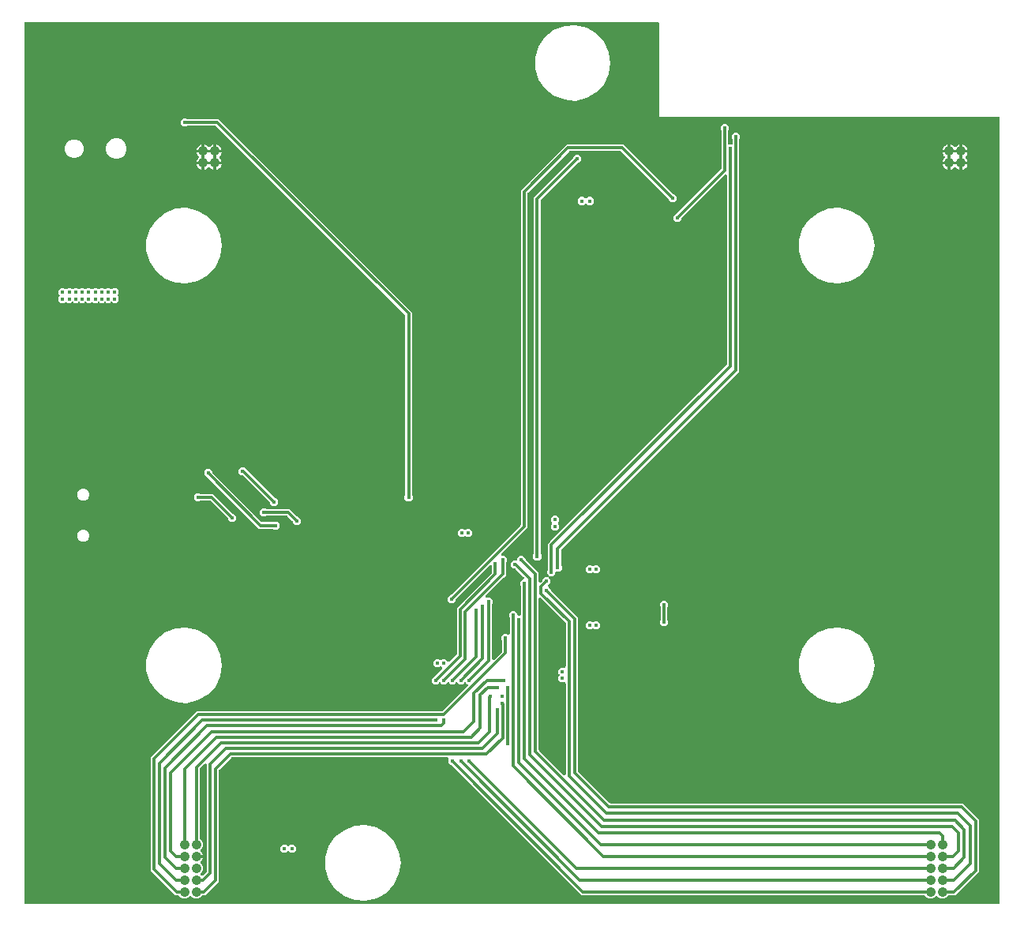
<source format=gbl>
G04 EAGLE Gerber RS-274X export*
G75*
%MOMM*%
%FSLAX34Y34*%
%LPD*%
%INBottom Copper*%
%IPPOS*%
%AMOC8*
5,1,8,0,0,1.08239X$1,22.5*%
G01*
%ADD10C,1.050000*%
%ADD11C,0.450000*%
%ADD12C,0.300000*%

G36*
X1046535Y2005D02*
X1046535Y2005D01*
X1046571Y2002D01*
X1046707Y2025D01*
X1046843Y2041D01*
X1046877Y2053D01*
X1046912Y2058D01*
X1047039Y2111D01*
X1047169Y2158D01*
X1047198Y2177D01*
X1047231Y2191D01*
X1047343Y2272D01*
X1047458Y2347D01*
X1047483Y2373D01*
X1047511Y2393D01*
X1047602Y2497D01*
X1047697Y2597D01*
X1047715Y2628D01*
X1047738Y2654D01*
X1047802Y2777D01*
X1047872Y2895D01*
X1047882Y2929D01*
X1047899Y2961D01*
X1047933Y3094D01*
X1047974Y3226D01*
X1047976Y3261D01*
X1047985Y3295D01*
X1047999Y3500D01*
X1047999Y845000D01*
X1047995Y845035D01*
X1047998Y845071D01*
X1047975Y845207D01*
X1047959Y845343D01*
X1047947Y845377D01*
X1047942Y845412D01*
X1047889Y845539D01*
X1047842Y845669D01*
X1047823Y845698D01*
X1047809Y845731D01*
X1047728Y845843D01*
X1047653Y845958D01*
X1047627Y845983D01*
X1047607Y846011D01*
X1047503Y846102D01*
X1047403Y846197D01*
X1047372Y846215D01*
X1047346Y846238D01*
X1047223Y846302D01*
X1047105Y846372D01*
X1047071Y846382D01*
X1047039Y846399D01*
X1046906Y846433D01*
X1046774Y846474D01*
X1046739Y846476D01*
X1046705Y846485D01*
X1046500Y846499D01*
X682499Y846499D01*
X682499Y946500D01*
X682495Y946535D01*
X682498Y946571D01*
X682475Y946707D01*
X682459Y946843D01*
X682447Y946877D01*
X682442Y946912D01*
X682389Y947039D01*
X682342Y947169D01*
X682323Y947198D01*
X682309Y947231D01*
X682228Y947343D01*
X682153Y947458D01*
X682127Y947483D01*
X682107Y947511D01*
X682003Y947602D01*
X681903Y947697D01*
X681872Y947715D01*
X681846Y947738D01*
X681723Y947802D01*
X681605Y947872D01*
X681571Y947882D01*
X681539Y947899D01*
X681406Y947933D01*
X681274Y947974D01*
X681239Y947976D01*
X681205Y947985D01*
X681000Y947999D01*
X3500Y947999D01*
X3465Y947995D01*
X3429Y947998D01*
X3293Y947975D01*
X3157Y947959D01*
X3123Y947947D01*
X3088Y947942D01*
X2961Y947889D01*
X2831Y947842D01*
X2802Y947823D01*
X2769Y947809D01*
X2657Y947728D01*
X2542Y947653D01*
X2517Y947627D01*
X2489Y947607D01*
X2398Y947503D01*
X2303Y947403D01*
X2285Y947372D01*
X2262Y947346D01*
X2198Y947223D01*
X2128Y947105D01*
X2118Y947071D01*
X2101Y947039D01*
X2067Y946906D01*
X2026Y946774D01*
X2024Y946739D01*
X2015Y946705D01*
X2001Y946500D01*
X2001Y3500D01*
X2005Y3465D01*
X2002Y3429D01*
X2025Y3293D01*
X2041Y3157D01*
X2053Y3123D01*
X2058Y3088D01*
X2111Y2961D01*
X2158Y2831D01*
X2177Y2802D01*
X2191Y2769D01*
X2272Y2657D01*
X2347Y2542D01*
X2373Y2517D01*
X2393Y2489D01*
X2497Y2398D01*
X2597Y2303D01*
X2628Y2285D01*
X2654Y2262D01*
X2777Y2198D01*
X2895Y2128D01*
X2929Y2118D01*
X2961Y2101D01*
X3094Y2067D01*
X3226Y2026D01*
X3261Y2024D01*
X3295Y2015D01*
X3500Y2001D01*
X1046500Y2001D01*
X1046535Y2005D01*
G37*
%LPC*%
G36*
X172208Y7649D02*
X172208Y7649D01*
X169543Y8753D01*
X167336Y10960D01*
X167227Y11047D01*
X167121Y11138D01*
X167091Y11154D01*
X167065Y11175D01*
X166939Y11234D01*
X166815Y11299D01*
X166782Y11307D01*
X166752Y11322D01*
X166615Y11350D01*
X166480Y11385D01*
X166435Y11388D01*
X166413Y11393D01*
X166380Y11392D01*
X166276Y11399D01*
X163650Y11399D01*
X137499Y37550D01*
X137499Y159450D01*
X184060Y206011D01*
X186550Y208501D01*
X449929Y208501D01*
X450067Y208517D01*
X450206Y208527D01*
X450239Y208537D01*
X450272Y208541D01*
X450403Y208588D01*
X450537Y208629D01*
X450566Y208647D01*
X450598Y208658D01*
X450714Y208734D01*
X450834Y208805D01*
X450868Y208835D01*
X450887Y208847D01*
X450910Y208871D01*
X450989Y208940D01*
X477459Y235410D01*
X477481Y235437D01*
X477508Y235461D01*
X477588Y235573D01*
X477673Y235681D01*
X477688Y235713D01*
X477709Y235741D01*
X477762Y235869D01*
X477820Y235994D01*
X477828Y236028D01*
X477841Y236061D01*
X477863Y236197D01*
X477892Y236332D01*
X477891Y236367D01*
X477896Y236402D01*
X477887Y236540D01*
X477883Y236678D01*
X477874Y236712D01*
X477872Y236747D01*
X477831Y236879D01*
X477796Y237012D01*
X477780Y237043D01*
X477769Y237077D01*
X477699Y237196D01*
X477635Y237318D01*
X477612Y237345D01*
X477594Y237375D01*
X477459Y237530D01*
X475560Y239428D01*
X475532Y239450D01*
X475509Y239477D01*
X475397Y239558D01*
X475289Y239643D01*
X475257Y239658D01*
X475228Y239679D01*
X475101Y239732D01*
X474976Y239790D01*
X474941Y239797D01*
X474909Y239811D01*
X474772Y239833D01*
X474638Y239861D01*
X474602Y239860D01*
X474567Y239866D01*
X474430Y239856D01*
X474292Y239853D01*
X474258Y239844D01*
X474222Y239842D01*
X474091Y239801D01*
X473957Y239766D01*
X473926Y239749D01*
X473892Y239739D01*
X473774Y239669D01*
X473652Y239605D01*
X473625Y239581D01*
X473595Y239563D01*
X473440Y239428D01*
X471761Y237749D01*
X468239Y237749D01*
X466560Y239428D01*
X466532Y239450D01*
X466509Y239477D01*
X466397Y239558D01*
X466289Y239643D01*
X466257Y239658D01*
X466228Y239679D01*
X466101Y239732D01*
X465976Y239790D01*
X465941Y239797D01*
X465909Y239811D01*
X465772Y239833D01*
X465638Y239861D01*
X465602Y239860D01*
X465567Y239866D01*
X465430Y239856D01*
X465292Y239853D01*
X465258Y239844D01*
X465222Y239842D01*
X465091Y239801D01*
X464958Y239766D01*
X464926Y239749D01*
X464892Y239739D01*
X464774Y239669D01*
X464652Y239605D01*
X464625Y239581D01*
X464595Y239563D01*
X464440Y239428D01*
X462761Y237749D01*
X459239Y237749D01*
X457560Y239428D01*
X457532Y239450D01*
X457509Y239477D01*
X457397Y239558D01*
X457289Y239643D01*
X457257Y239658D01*
X457228Y239679D01*
X457101Y239731D01*
X456976Y239790D01*
X456941Y239797D01*
X456909Y239811D01*
X456772Y239833D01*
X456638Y239861D01*
X456602Y239860D01*
X456567Y239866D01*
X456430Y239856D01*
X456292Y239853D01*
X456258Y239844D01*
X456222Y239842D01*
X456091Y239801D01*
X455958Y239766D01*
X455926Y239749D01*
X455892Y239739D01*
X455773Y239669D01*
X455652Y239605D01*
X455625Y239581D01*
X455595Y239563D01*
X455440Y239428D01*
X453761Y237749D01*
X450239Y237749D01*
X448560Y239428D01*
X448532Y239450D01*
X448509Y239477D01*
X448397Y239558D01*
X448289Y239643D01*
X448257Y239658D01*
X448228Y239679D01*
X448101Y239732D01*
X447976Y239790D01*
X447941Y239797D01*
X447909Y239811D01*
X447772Y239833D01*
X447638Y239861D01*
X447602Y239860D01*
X447567Y239866D01*
X447430Y239856D01*
X447292Y239853D01*
X447258Y239844D01*
X447222Y239842D01*
X447091Y239801D01*
X446958Y239766D01*
X446926Y239749D01*
X446892Y239739D01*
X446774Y239669D01*
X446652Y239605D01*
X446625Y239581D01*
X446595Y239563D01*
X446440Y239428D01*
X444761Y237749D01*
X441239Y237749D01*
X438749Y240239D01*
X438749Y243761D01*
X441239Y246251D01*
X441679Y246251D01*
X441817Y246267D01*
X441956Y246277D01*
X441989Y246287D01*
X442022Y246291D01*
X442153Y246338D01*
X442287Y246379D01*
X442316Y246397D01*
X442348Y246408D01*
X442464Y246484D01*
X442584Y246555D01*
X442618Y246585D01*
X442637Y246597D01*
X442660Y246621D01*
X442739Y246690D01*
X449959Y253910D01*
X449981Y253937D01*
X450007Y253961D01*
X450088Y254073D01*
X450173Y254181D01*
X450188Y254213D01*
X450209Y254241D01*
X450262Y254369D01*
X450320Y254494D01*
X450328Y254528D01*
X450341Y254561D01*
X450363Y254697D01*
X450392Y254832D01*
X450391Y254867D01*
X450396Y254902D01*
X450387Y255040D01*
X450383Y255178D01*
X450374Y255212D01*
X450372Y255247D01*
X450331Y255379D01*
X450296Y255512D01*
X450280Y255543D01*
X450269Y255577D01*
X450199Y255696D01*
X450135Y255818D01*
X450112Y255845D01*
X450094Y255875D01*
X449959Y256030D01*
X449560Y256428D01*
X449532Y256450D01*
X449509Y256477D01*
X449397Y256558D01*
X449289Y256643D01*
X449257Y256658D01*
X449228Y256679D01*
X449101Y256732D01*
X448976Y256790D01*
X448941Y256797D01*
X448909Y256811D01*
X448772Y256833D01*
X448638Y256861D01*
X448602Y256860D01*
X448567Y256866D01*
X448430Y256856D01*
X448292Y256853D01*
X448258Y256844D01*
X448222Y256842D01*
X448091Y256801D01*
X447958Y256766D01*
X447926Y256749D01*
X447892Y256739D01*
X447773Y256669D01*
X447652Y256605D01*
X447625Y256581D01*
X447595Y256563D01*
X447440Y256428D01*
X446761Y255749D01*
X443239Y255749D01*
X440749Y258239D01*
X440749Y261761D01*
X443239Y264251D01*
X446761Y264251D01*
X447440Y263572D01*
X447468Y263550D01*
X447491Y263523D01*
X447603Y263442D01*
X447711Y263357D01*
X447743Y263342D01*
X447772Y263321D01*
X447899Y263269D01*
X448024Y263210D01*
X448059Y263203D01*
X448091Y263189D01*
X448228Y263167D01*
X448362Y263139D01*
X448398Y263140D01*
X448433Y263134D01*
X448570Y263144D01*
X448708Y263147D01*
X448742Y263156D01*
X448778Y263158D01*
X448909Y263199D01*
X449042Y263234D01*
X449074Y263251D01*
X449108Y263261D01*
X449226Y263331D01*
X449348Y263395D01*
X449375Y263419D01*
X449406Y263437D01*
X449560Y263572D01*
X450239Y264251D01*
X453761Y264251D01*
X455970Y262041D01*
X455998Y262019D01*
X456021Y261993D01*
X456133Y261912D01*
X456241Y261827D01*
X456273Y261812D01*
X456302Y261791D01*
X456430Y261738D01*
X456554Y261680D01*
X456589Y261672D01*
X456622Y261659D01*
X456758Y261637D01*
X456893Y261608D01*
X456928Y261609D01*
X456963Y261604D01*
X457101Y261613D01*
X457238Y261617D01*
X457273Y261626D01*
X457308Y261628D01*
X457440Y261669D01*
X457573Y261704D01*
X457604Y261720D01*
X457638Y261731D01*
X457757Y261801D01*
X457879Y261865D01*
X457905Y261888D01*
X457936Y261906D01*
X458090Y262041D01*
X465263Y269214D01*
X465349Y269323D01*
X465441Y269428D01*
X465457Y269458D01*
X465478Y269485D01*
X465537Y269611D01*
X465602Y269734D01*
X465610Y269767D01*
X465625Y269798D01*
X465653Y269934D01*
X465688Y270069D01*
X465691Y270114D01*
X465696Y270136D01*
X465695Y270170D01*
X465702Y270274D01*
X465702Y319521D01*
X503060Y356879D01*
X503147Y356988D01*
X503238Y357094D01*
X503254Y357124D01*
X503275Y357150D01*
X503334Y357276D01*
X503399Y357400D01*
X503407Y357433D01*
X503422Y357463D01*
X503450Y357599D01*
X503485Y357735D01*
X503488Y357780D01*
X503493Y357802D01*
X503492Y357835D01*
X503499Y357939D01*
X503499Y363868D01*
X503483Y364007D01*
X503473Y364145D01*
X503463Y364178D01*
X503459Y364212D01*
X503412Y364342D01*
X503371Y364475D01*
X503354Y364505D01*
X503342Y364537D01*
X503266Y364653D01*
X503195Y364773D01*
X503165Y364808D01*
X503153Y364826D01*
X503129Y364850D01*
X503061Y364928D01*
X503030Y364958D01*
X503002Y364981D01*
X502979Y365007D01*
X502917Y365052D01*
X502903Y365065D01*
X502878Y365079D01*
X502867Y365088D01*
X502759Y365173D01*
X502727Y365188D01*
X502698Y365209D01*
X502571Y365262D01*
X502446Y365320D01*
X502411Y365327D01*
X502378Y365341D01*
X502242Y365363D01*
X502108Y365391D01*
X502072Y365391D01*
X502037Y365396D01*
X501900Y365387D01*
X501763Y365384D01*
X501728Y365375D01*
X501692Y365372D01*
X501561Y365331D01*
X501428Y365297D01*
X501396Y365280D01*
X501362Y365269D01*
X501243Y365199D01*
X501122Y365135D01*
X501095Y365112D01*
X501064Y365094D01*
X500910Y364959D01*
X464690Y328739D01*
X464603Y328630D01*
X464512Y328524D01*
X464496Y328494D01*
X464475Y328468D01*
X464416Y328342D01*
X464351Y328218D01*
X464343Y328186D01*
X464328Y328155D01*
X464300Y328019D01*
X464265Y327884D01*
X464262Y327838D01*
X464257Y327817D01*
X464258Y327783D01*
X464251Y327679D01*
X464251Y327239D01*
X461761Y324749D01*
X458239Y324749D01*
X455749Y327239D01*
X455749Y330761D01*
X458239Y333251D01*
X458679Y333251D01*
X458817Y333267D01*
X458956Y333277D01*
X458989Y333287D01*
X459022Y333291D01*
X459153Y333338D01*
X459287Y333379D01*
X459316Y333397D01*
X459348Y333408D01*
X459464Y333484D01*
X459584Y333555D01*
X459618Y333585D01*
X459637Y333597D01*
X459660Y333621D01*
X459739Y333690D01*
X534060Y408011D01*
X534147Y408120D01*
X534238Y408226D01*
X534254Y408256D01*
X534275Y408282D01*
X534334Y408408D01*
X534399Y408532D01*
X534407Y408564D01*
X534422Y408595D01*
X534450Y408731D01*
X534485Y408866D01*
X534488Y408912D01*
X534493Y408933D01*
X534492Y408967D01*
X534499Y409071D01*
X534499Y767450D01*
X583550Y816501D01*
X644450Y816501D01*
X697261Y763690D01*
X697370Y763603D01*
X697476Y763512D01*
X697506Y763496D01*
X697532Y763475D01*
X697658Y763416D01*
X697782Y763351D01*
X697814Y763343D01*
X697845Y763328D01*
X697981Y763300D01*
X698116Y763265D01*
X698162Y763262D01*
X698183Y763257D01*
X698217Y763258D01*
X698321Y763251D01*
X698761Y763251D01*
X701251Y760761D01*
X701251Y757239D01*
X698761Y754749D01*
X695239Y754749D01*
X692749Y757239D01*
X692749Y757679D01*
X692733Y757817D01*
X692723Y757956D01*
X692713Y757989D01*
X692709Y758022D01*
X692662Y758153D01*
X692621Y758287D01*
X692603Y758316D01*
X692592Y758348D01*
X692516Y758464D01*
X692445Y758584D01*
X692415Y758618D01*
X692403Y758637D01*
X692379Y758660D01*
X692310Y758739D01*
X641989Y809060D01*
X641880Y809147D01*
X641774Y809238D01*
X641744Y809254D01*
X641718Y809275D01*
X641592Y809334D01*
X641468Y809399D01*
X641436Y809407D01*
X641405Y809422D01*
X641269Y809450D01*
X641134Y809485D01*
X641088Y809488D01*
X641067Y809493D01*
X641033Y809492D01*
X640929Y809499D01*
X587071Y809499D01*
X586933Y809483D01*
X586794Y809473D01*
X586761Y809463D01*
X586728Y809459D01*
X586597Y809412D01*
X586463Y809371D01*
X586434Y809353D01*
X586402Y809342D01*
X586286Y809266D01*
X586166Y809195D01*
X586132Y809165D01*
X586113Y809153D01*
X586090Y809129D01*
X586011Y809060D01*
X541940Y764989D01*
X541853Y764880D01*
X541762Y764774D01*
X541746Y764744D01*
X541725Y764718D01*
X541666Y764592D01*
X541601Y764468D01*
X541593Y764436D01*
X541578Y764405D01*
X541550Y764269D01*
X541515Y764134D01*
X541512Y764088D01*
X541507Y764067D01*
X541508Y764033D01*
X541501Y763929D01*
X541501Y405550D01*
X539011Y403060D01*
X513761Y377810D01*
X513696Y377728D01*
X513624Y377653D01*
X513589Y377593D01*
X513546Y377539D01*
X513502Y377445D01*
X513449Y377355D01*
X513429Y377289D01*
X513399Y377226D01*
X513378Y377124D01*
X513347Y377024D01*
X513342Y376955D01*
X513328Y376888D01*
X513331Y376784D01*
X513323Y376679D01*
X513335Y376611D01*
X513336Y376542D01*
X513363Y376441D01*
X513379Y376338D01*
X513406Y376274D01*
X513423Y376208D01*
X513472Y376115D01*
X513512Y376019D01*
X513553Y375963D01*
X513585Y375902D01*
X513653Y375823D01*
X513714Y375739D01*
X513767Y375693D01*
X513812Y375641D01*
X513897Y375580D01*
X513975Y375512D01*
X514037Y375480D01*
X514093Y375439D01*
X514189Y375400D01*
X514282Y375351D01*
X514348Y375334D01*
X514412Y375307D01*
X514515Y375291D01*
X514616Y375265D01*
X514720Y375258D01*
X514754Y375252D01*
X514776Y375254D01*
X514821Y375251D01*
X516761Y375251D01*
X519251Y372761D01*
X519251Y369239D01*
X518940Y368928D01*
X518853Y368819D01*
X518762Y368714D01*
X518746Y368684D01*
X518725Y368657D01*
X518666Y368531D01*
X518601Y368408D01*
X518593Y368375D01*
X518578Y368344D01*
X518550Y368208D01*
X518515Y368073D01*
X518512Y368028D01*
X518507Y368006D01*
X518508Y367972D01*
X518501Y367868D01*
X518501Y354347D01*
X516011Y351857D01*
X496964Y332810D01*
X496899Y332728D01*
X496827Y332653D01*
X496792Y332593D01*
X496749Y332539D01*
X496705Y332445D01*
X496652Y332355D01*
X496632Y332289D01*
X496602Y332226D01*
X496581Y332124D01*
X496550Y332024D01*
X496545Y331955D01*
X496531Y331888D01*
X496533Y331784D01*
X496526Y331679D01*
X496537Y331611D01*
X496539Y331542D01*
X496565Y331441D01*
X496582Y331338D01*
X496609Y331274D01*
X496626Y331208D01*
X496675Y331115D01*
X496715Y331019D01*
X496755Y330963D01*
X496788Y330902D01*
X496856Y330823D01*
X496917Y330739D01*
X496969Y330693D01*
X497015Y330641D01*
X497100Y330580D01*
X497178Y330512D01*
X497240Y330480D01*
X497296Y330439D01*
X497392Y330400D01*
X497484Y330351D01*
X497551Y330334D01*
X497615Y330307D01*
X497718Y330291D01*
X497819Y330265D01*
X497923Y330258D01*
X497957Y330252D01*
X497979Y330254D01*
X498024Y330251D01*
X501761Y330251D01*
X504251Y327761D01*
X504251Y324239D01*
X503940Y323928D01*
X503853Y323819D01*
X503762Y323714D01*
X503746Y323684D01*
X503725Y323657D01*
X503666Y323531D01*
X503601Y323408D01*
X503593Y323375D01*
X503578Y323344D01*
X503550Y323208D01*
X503515Y323073D01*
X503512Y323028D01*
X503507Y323006D01*
X503508Y322972D01*
X503501Y322868D01*
X503501Y265071D01*
X503513Y264968D01*
X503515Y264863D01*
X503533Y264796D01*
X503541Y264728D01*
X503576Y264629D01*
X503602Y264529D01*
X503635Y264468D01*
X503658Y264402D01*
X503715Y264315D01*
X503764Y264223D01*
X503809Y264171D01*
X503847Y264113D01*
X503922Y264041D01*
X503991Y263962D01*
X504047Y263922D01*
X504097Y263874D01*
X504187Y263821D01*
X504272Y263760D01*
X504336Y263734D01*
X504395Y263699D01*
X504495Y263668D01*
X504591Y263629D01*
X504660Y263617D01*
X504726Y263597D01*
X504830Y263590D01*
X504933Y263573D01*
X505002Y263578D01*
X505071Y263573D01*
X505173Y263590D01*
X505278Y263598D01*
X505344Y263618D01*
X505412Y263629D01*
X505508Y263669D01*
X505608Y263700D01*
X505667Y263736D01*
X505731Y263762D01*
X505816Y263823D01*
X505905Y263876D01*
X505984Y263945D01*
X506011Y263964D01*
X506026Y263981D01*
X506060Y264011D01*
X514060Y272011D01*
X514147Y272120D01*
X514238Y272226D01*
X514254Y272256D01*
X514275Y272282D01*
X514334Y272408D01*
X514399Y272532D01*
X514407Y272564D01*
X514422Y272595D01*
X514450Y272731D01*
X514485Y272866D01*
X514488Y272912D01*
X514493Y272933D01*
X514492Y272967D01*
X514499Y273071D01*
X514499Y283868D01*
X514496Y283900D01*
X514498Y283930D01*
X514482Y284027D01*
X514473Y284146D01*
X514463Y284178D01*
X514459Y284212D01*
X514445Y284252D01*
X514442Y284271D01*
X514412Y284342D01*
X514412Y284343D01*
X514371Y284476D01*
X514353Y284505D01*
X514342Y284537D01*
X514313Y284582D01*
X514309Y284591D01*
X514286Y284622D01*
X514266Y284654D01*
X514195Y284774D01*
X514165Y284808D01*
X514153Y284826D01*
X514129Y284850D01*
X514060Y284928D01*
X513749Y285239D01*
X513749Y288761D01*
X516239Y291251D01*
X519761Y291251D01*
X519940Y291072D01*
X520022Y291007D01*
X520097Y290935D01*
X520157Y290900D01*
X520211Y290857D01*
X520305Y290813D01*
X520395Y290760D01*
X520461Y290739D01*
X520524Y290710D01*
X520626Y290689D01*
X520726Y290658D01*
X520795Y290653D01*
X520862Y290639D01*
X520966Y290641D01*
X521071Y290634D01*
X521139Y290645D01*
X521208Y290647D01*
X521309Y290673D01*
X521412Y290690D01*
X521475Y290717D01*
X521542Y290734D01*
X521635Y290783D01*
X521731Y290823D01*
X521787Y290863D01*
X521848Y290895D01*
X521927Y290964D01*
X522011Y291025D01*
X522057Y291077D01*
X522109Y291123D01*
X522170Y291207D01*
X522238Y291286D01*
X522270Y291347D01*
X522311Y291403D01*
X522350Y291500D01*
X522399Y291592D01*
X522416Y291659D01*
X522442Y291723D01*
X522459Y291826D01*
X522485Y291927D01*
X522492Y292031D01*
X522498Y292064D01*
X522496Y292087D01*
X522499Y292132D01*
X522499Y308868D01*
X522483Y309006D01*
X522473Y309146D01*
X522463Y309178D01*
X522459Y309212D01*
X522412Y309343D01*
X522371Y309476D01*
X522353Y309505D01*
X522342Y309537D01*
X522266Y309654D01*
X522195Y309774D01*
X522165Y309808D01*
X522153Y309826D01*
X522129Y309850D01*
X522060Y309928D01*
X521749Y310239D01*
X521749Y313761D01*
X524239Y316251D01*
X527761Y316251D01*
X530251Y313761D01*
X530251Y312750D01*
X530255Y312715D01*
X530252Y312679D01*
X530275Y312543D01*
X530291Y312407D01*
X530303Y312373D01*
X530308Y312338D01*
X530361Y312211D01*
X530408Y312081D01*
X530427Y312052D01*
X530441Y312019D01*
X530522Y311907D01*
X530597Y311792D01*
X530623Y311767D01*
X530643Y311739D01*
X530747Y311648D01*
X530847Y311553D01*
X530878Y311535D01*
X530904Y311512D01*
X531027Y311448D01*
X531145Y311378D01*
X531179Y311368D01*
X531211Y311351D01*
X531344Y311317D01*
X531476Y311276D01*
X531511Y311274D01*
X531545Y311265D01*
X531750Y311251D01*
X533000Y311251D01*
X533035Y311255D01*
X533071Y311252D01*
X533207Y311275D01*
X533343Y311291D01*
X533377Y311303D01*
X533412Y311308D01*
X533539Y311361D01*
X533669Y311408D01*
X533698Y311427D01*
X533731Y311441D01*
X533843Y311522D01*
X533958Y311597D01*
X533983Y311623D01*
X534011Y311643D01*
X534102Y311747D01*
X534197Y311847D01*
X534215Y311878D01*
X534238Y311904D01*
X534302Y312027D01*
X534372Y312145D01*
X534382Y312179D01*
X534399Y312211D01*
X534433Y312344D01*
X534474Y312476D01*
X534476Y312511D01*
X534485Y312545D01*
X534499Y312750D01*
X534499Y342868D01*
X534483Y343006D01*
X534473Y343146D01*
X534463Y343178D01*
X534459Y343212D01*
X534412Y343343D01*
X534371Y343476D01*
X534353Y343505D01*
X534342Y343537D01*
X534266Y343654D01*
X534195Y343774D01*
X534165Y343808D01*
X534153Y343826D01*
X534129Y343850D01*
X534060Y343928D01*
X533749Y344239D01*
X533749Y347761D01*
X536247Y350259D01*
X536282Y350263D01*
X536387Y350265D01*
X536454Y350283D01*
X536522Y350291D01*
X536621Y350326D01*
X536721Y350352D01*
X536782Y350385D01*
X536848Y350408D01*
X536935Y350465D01*
X537027Y350514D01*
X537079Y350559D01*
X537137Y350597D01*
X537209Y350672D01*
X537288Y350741D01*
X537328Y350797D01*
X537376Y350847D01*
X537429Y350937D01*
X537490Y351022D01*
X537516Y351086D01*
X537551Y351145D01*
X537582Y351245D01*
X537621Y351341D01*
X537633Y351410D01*
X537653Y351476D01*
X537660Y351580D01*
X537677Y351683D01*
X537672Y351752D01*
X537677Y351821D01*
X537660Y351923D01*
X537652Y352028D01*
X537632Y352094D01*
X537621Y352162D01*
X537581Y352258D01*
X537550Y352358D01*
X537514Y352417D01*
X537488Y352481D01*
X537427Y352566D01*
X537374Y352655D01*
X537305Y352734D01*
X537286Y352761D01*
X537269Y352776D01*
X537239Y352810D01*
X528739Y361310D01*
X528630Y361397D01*
X528524Y361488D01*
X528494Y361504D01*
X528468Y361525D01*
X528342Y361584D01*
X528218Y361649D01*
X528186Y361657D01*
X528155Y361672D01*
X528019Y361700D01*
X527884Y361735D01*
X527838Y361738D01*
X527817Y361743D01*
X527783Y361742D01*
X527679Y361749D01*
X526239Y361749D01*
X523749Y364239D01*
X523749Y367761D01*
X526239Y370251D01*
X529250Y370251D01*
X529285Y370255D01*
X529321Y370252D01*
X529457Y370275D01*
X529593Y370291D01*
X529627Y370303D01*
X529662Y370308D01*
X529789Y370361D01*
X529919Y370408D01*
X529948Y370427D01*
X529981Y370441D01*
X530093Y370522D01*
X530208Y370597D01*
X530233Y370623D01*
X530261Y370643D01*
X530352Y370747D01*
X530447Y370847D01*
X530465Y370878D01*
X530488Y370904D01*
X530552Y371027D01*
X530622Y371145D01*
X530632Y371179D01*
X530649Y371211D01*
X530683Y371344D01*
X530724Y371476D01*
X530726Y371511D01*
X530735Y371545D01*
X530749Y371750D01*
X530749Y372761D01*
X533239Y375251D01*
X536761Y375251D01*
X539251Y372761D01*
X539251Y372321D01*
X539259Y372254D01*
X539258Y372245D01*
X539263Y372212D01*
X539267Y372183D01*
X539277Y372044D01*
X539287Y372011D01*
X539291Y371978D01*
X539311Y371921D01*
X539314Y371904D01*
X539339Y371845D01*
X539379Y371713D01*
X539397Y371684D01*
X539408Y371652D01*
X539436Y371609D01*
X539447Y371584D01*
X539495Y371517D01*
X539555Y371416D01*
X539585Y371382D01*
X539597Y371363D01*
X539621Y371340D01*
X539633Y371327D01*
X539649Y371304D01*
X539663Y371292D01*
X539690Y371261D01*
X553501Y357450D01*
X553501Y348071D01*
X553513Y347967D01*
X553515Y347863D01*
X553533Y347796D01*
X553541Y347728D01*
X553576Y347629D01*
X553602Y347529D01*
X553635Y347467D01*
X553658Y347402D01*
X553715Y347315D01*
X553764Y347223D01*
X553809Y347171D01*
X553847Y347113D01*
X553922Y347041D01*
X553991Y346962D01*
X554047Y346922D01*
X554097Y346874D01*
X554187Y346821D01*
X554272Y346760D01*
X554336Y346734D01*
X554395Y346699D01*
X554495Y346668D01*
X554591Y346629D01*
X554660Y346617D01*
X554726Y346597D01*
X554830Y346590D01*
X554933Y346573D01*
X555002Y346578D01*
X555071Y346573D01*
X555173Y346590D01*
X555278Y346598D01*
X555344Y346618D01*
X555412Y346629D01*
X555508Y346669D01*
X555608Y346700D01*
X555667Y346736D01*
X555731Y346762D01*
X555815Y346823D01*
X555905Y346876D01*
X555984Y346945D01*
X556011Y346964D01*
X556026Y346981D01*
X556060Y347011D01*
X557310Y348261D01*
X557397Y348370D01*
X557488Y348476D01*
X557504Y348505D01*
X557525Y348532D01*
X557584Y348658D01*
X557649Y348782D01*
X557657Y348814D01*
X557672Y348845D01*
X557700Y348981D01*
X557735Y349116D01*
X557738Y349162D01*
X557743Y349183D01*
X557742Y349217D01*
X557749Y349321D01*
X557749Y349761D01*
X560239Y352251D01*
X563118Y352251D01*
X563222Y352263D01*
X563326Y352265D01*
X563393Y352283D01*
X563462Y352291D01*
X563560Y352326D01*
X563661Y352352D01*
X563722Y352385D01*
X563787Y352408D01*
X563874Y352465D01*
X563967Y352514D01*
X564019Y352559D01*
X564077Y352597D01*
X564149Y352672D01*
X564227Y352741D01*
X564268Y352797D01*
X564315Y352847D01*
X564368Y352937D01*
X564429Y353022D01*
X564455Y353086D01*
X564490Y353145D01*
X564521Y353245D01*
X564561Y353341D01*
X564572Y353410D01*
X564592Y353476D01*
X564599Y353580D01*
X564616Y353683D01*
X564611Y353752D01*
X564616Y353821D01*
X564599Y353923D01*
X564592Y354028D01*
X564571Y354094D01*
X564560Y354162D01*
X564520Y354258D01*
X564489Y354358D01*
X564454Y354417D01*
X564427Y354481D01*
X564366Y354566D01*
X564313Y354655D01*
X564245Y354734D01*
X564225Y354761D01*
X564208Y354776D01*
X564178Y354810D01*
X562749Y356239D01*
X562749Y359761D01*
X563060Y360072D01*
X563147Y360181D01*
X563238Y360286D01*
X563254Y360316D01*
X563275Y360343D01*
X563334Y360469D01*
X563399Y360592D01*
X563407Y360625D01*
X563422Y360656D01*
X563450Y360792D01*
X563485Y360927D01*
X563488Y360972D01*
X563493Y360994D01*
X563492Y361028D01*
X563499Y361132D01*
X563499Y388450D01*
X565989Y390940D01*
X755060Y580011D01*
X755147Y580120D01*
X755238Y580225D01*
X755254Y580255D01*
X755275Y580282D01*
X755334Y580408D01*
X755399Y580532D01*
X755407Y580564D01*
X755422Y580595D01*
X755450Y580731D01*
X755485Y580866D01*
X755488Y580911D01*
X755493Y580933D01*
X755492Y580967D01*
X755499Y581071D01*
X755499Y782929D01*
X755487Y783032D01*
X755485Y783137D01*
X755467Y783204D01*
X755459Y783272D01*
X755424Y783371D01*
X755398Y783471D01*
X755365Y783532D01*
X755342Y783598D01*
X755285Y783685D01*
X755236Y783777D01*
X755191Y783829D01*
X755153Y783887D01*
X755078Y783959D01*
X755009Y784038D01*
X754953Y784078D01*
X754903Y784126D01*
X754813Y784179D01*
X754728Y784240D01*
X754664Y784266D01*
X754605Y784301D01*
X754505Y784332D01*
X754409Y784371D01*
X754340Y784383D01*
X754274Y784403D01*
X754170Y784410D01*
X754067Y784427D01*
X753998Y784422D01*
X753929Y784427D01*
X753827Y784410D01*
X753722Y784402D01*
X753656Y784382D01*
X753588Y784371D01*
X753492Y784331D01*
X753392Y784300D01*
X753333Y784264D01*
X753269Y784238D01*
X753184Y784177D01*
X753095Y784124D01*
X753016Y784055D01*
X752989Y784036D01*
X752974Y784019D01*
X752940Y783989D01*
X706690Y737739D01*
X706603Y737630D01*
X706512Y737524D01*
X706496Y737494D01*
X706475Y737468D01*
X706416Y737342D01*
X706351Y737218D01*
X706343Y737186D01*
X706328Y737155D01*
X706300Y737019D01*
X706265Y736884D01*
X706262Y736838D01*
X706257Y736817D01*
X706258Y736783D01*
X706251Y736679D01*
X706251Y736239D01*
X703761Y733749D01*
X700239Y733749D01*
X697749Y736239D01*
X697749Y739761D01*
X700239Y742251D01*
X700679Y742251D01*
X700817Y742267D01*
X700956Y742277D01*
X700989Y742287D01*
X701022Y742291D01*
X701153Y742338D01*
X701287Y742379D01*
X701316Y742397D01*
X701348Y742408D01*
X701464Y742484D01*
X701584Y742555D01*
X701618Y742585D01*
X701637Y742597D01*
X701660Y742621D01*
X701739Y742690D01*
X749060Y790011D01*
X749147Y790120D01*
X749238Y790226D01*
X749254Y790256D01*
X749275Y790282D01*
X749334Y790408D01*
X749399Y790532D01*
X749407Y790564D01*
X749422Y790595D01*
X749450Y790731D01*
X749485Y790866D01*
X749488Y790912D01*
X749493Y790933D01*
X749492Y790967D01*
X749499Y791071D01*
X749499Y830868D01*
X749483Y831006D01*
X749473Y831146D01*
X749463Y831178D01*
X749459Y831212D01*
X749412Y831343D01*
X749371Y831476D01*
X749353Y831505D01*
X749342Y831537D01*
X749266Y831654D01*
X749195Y831774D01*
X749165Y831808D01*
X749153Y831826D01*
X749129Y831850D01*
X749060Y831928D01*
X748749Y832239D01*
X748749Y835761D01*
X751239Y838251D01*
X754761Y838251D01*
X757251Y835761D01*
X757251Y832239D01*
X756940Y831928D01*
X756853Y831819D01*
X756762Y831714D01*
X756746Y831684D01*
X756725Y831657D01*
X756666Y831531D01*
X756601Y831408D01*
X756593Y831375D01*
X756578Y831344D01*
X756550Y831208D01*
X756515Y831073D01*
X756512Y831028D01*
X756507Y831006D01*
X756508Y830972D01*
X756501Y830868D01*
X756501Y817750D01*
X756505Y817715D01*
X756502Y817679D01*
X756525Y817543D01*
X756541Y817407D01*
X756553Y817373D01*
X756558Y817338D01*
X756611Y817211D01*
X756658Y817081D01*
X756677Y817052D01*
X756691Y817019D01*
X756772Y816907D01*
X756847Y816792D01*
X756873Y816767D01*
X756893Y816739D01*
X756997Y816648D01*
X757097Y816553D01*
X757128Y816535D01*
X757154Y816512D01*
X757277Y816448D01*
X757395Y816378D01*
X757429Y816368D01*
X757461Y816351D01*
X757594Y816317D01*
X757726Y816276D01*
X757761Y816274D01*
X757795Y816265D01*
X758000Y816251D01*
X760000Y816251D01*
X760035Y816255D01*
X760071Y816252D01*
X760207Y816275D01*
X760343Y816291D01*
X760377Y816303D01*
X760412Y816308D01*
X760539Y816361D01*
X760669Y816408D01*
X760698Y816427D01*
X760731Y816441D01*
X760843Y816522D01*
X760958Y816597D01*
X760983Y816623D01*
X761011Y816643D01*
X761102Y816747D01*
X761197Y816847D01*
X761215Y816878D01*
X761238Y816904D01*
X761302Y817027D01*
X761372Y817145D01*
X761382Y817179D01*
X761399Y817211D01*
X761433Y817344D01*
X761474Y817476D01*
X761476Y817511D01*
X761485Y817545D01*
X761499Y817750D01*
X761499Y821868D01*
X761483Y822006D01*
X761473Y822146D01*
X761463Y822178D01*
X761459Y822212D01*
X761412Y822343D01*
X761371Y822476D01*
X761353Y822505D01*
X761342Y822537D01*
X761266Y822654D01*
X761195Y822774D01*
X761165Y822808D01*
X761153Y822826D01*
X761129Y822850D01*
X761060Y822928D01*
X760749Y823239D01*
X760749Y826761D01*
X763239Y829251D01*
X766761Y829251D01*
X769251Y826761D01*
X769251Y823239D01*
X768940Y822928D01*
X768853Y822819D01*
X768762Y822714D01*
X768746Y822684D01*
X768725Y822657D01*
X768666Y822531D01*
X768601Y822408D01*
X768593Y822375D01*
X768578Y822344D01*
X768550Y822208D01*
X768515Y822073D01*
X768512Y822028D01*
X768507Y822006D01*
X768508Y821972D01*
X768501Y821868D01*
X768501Y572550D01*
X577940Y381989D01*
X577853Y381880D01*
X577762Y381774D01*
X577746Y381744D01*
X577725Y381718D01*
X577666Y381592D01*
X577601Y381468D01*
X577593Y381436D01*
X577578Y381405D01*
X577550Y381269D01*
X577515Y381134D01*
X577512Y381088D01*
X577507Y381067D01*
X577508Y381033D01*
X577501Y380929D01*
X577501Y366132D01*
X577517Y365994D01*
X577527Y365854D01*
X577537Y365822D01*
X577541Y365788D01*
X577588Y365657D01*
X577629Y365524D01*
X577647Y365495D01*
X577658Y365463D01*
X577734Y365346D01*
X577805Y365226D01*
X577835Y365192D01*
X577847Y365173D01*
X577871Y365150D01*
X577940Y365072D01*
X578251Y364761D01*
X578251Y361239D01*
X575761Y358749D01*
X572750Y358749D01*
X572715Y358745D01*
X572679Y358748D01*
X572543Y358725D01*
X572407Y358709D01*
X572373Y358697D01*
X572338Y358692D01*
X572211Y358639D01*
X572081Y358592D01*
X572052Y358573D01*
X572019Y358559D01*
X571907Y358478D01*
X571792Y358403D01*
X571767Y358377D01*
X571739Y358357D01*
X571648Y358253D01*
X571553Y358153D01*
X571535Y358122D01*
X571512Y358096D01*
X571448Y357973D01*
X571378Y357855D01*
X571368Y357821D01*
X571351Y357789D01*
X571317Y357656D01*
X571276Y357524D01*
X571274Y357489D01*
X571265Y357455D01*
X571251Y357250D01*
X571251Y356239D01*
X568761Y353749D01*
X565882Y353749D01*
X565778Y353737D01*
X565674Y353735D01*
X565607Y353717D01*
X565538Y353709D01*
X565440Y353674D01*
X565339Y353648D01*
X565278Y353615D01*
X565213Y353592D01*
X565126Y353535D01*
X565033Y353486D01*
X564981Y353441D01*
X564923Y353403D01*
X564851Y353328D01*
X564773Y353259D01*
X564732Y353203D01*
X564685Y353153D01*
X564632Y353063D01*
X564571Y352978D01*
X564545Y352914D01*
X564510Y352855D01*
X564479Y352755D01*
X564439Y352659D01*
X564428Y352590D01*
X564408Y352524D01*
X564401Y352420D01*
X564384Y352317D01*
X564389Y352248D01*
X564384Y352179D01*
X564401Y352077D01*
X564408Y351972D01*
X564429Y351906D01*
X564440Y351838D01*
X564480Y351742D01*
X564511Y351642D01*
X564546Y351583D01*
X564573Y351519D01*
X564634Y351434D01*
X564687Y351345D01*
X564755Y351266D01*
X564775Y351239D01*
X564792Y351224D01*
X564822Y351190D01*
X566251Y349761D01*
X566251Y346239D01*
X564072Y344060D01*
X564050Y344032D01*
X564023Y344009D01*
X563942Y343897D01*
X563857Y343789D01*
X563842Y343757D01*
X563821Y343728D01*
X563769Y343601D01*
X563710Y343476D01*
X563703Y343441D01*
X563689Y343409D01*
X563667Y343272D01*
X563639Y343138D01*
X563640Y343102D01*
X563634Y343067D01*
X563644Y342930D01*
X563647Y342792D01*
X563656Y342758D01*
X563658Y342722D01*
X563699Y342591D01*
X563734Y342458D01*
X563751Y342426D01*
X563761Y342392D01*
X563831Y342273D01*
X563895Y342152D01*
X563919Y342125D01*
X563937Y342095D01*
X564072Y341940D01*
X566251Y339761D01*
X566251Y339321D01*
X566254Y339290D01*
X566252Y339261D01*
X566268Y339167D01*
X566277Y339044D01*
X566287Y339011D01*
X566291Y338978D01*
X566306Y338935D01*
X566308Y338920D01*
X566331Y338866D01*
X566338Y338847D01*
X566379Y338713D01*
X566397Y338684D01*
X566408Y338652D01*
X566440Y338604D01*
X566441Y338601D01*
X566447Y338592D01*
X566484Y338536D01*
X566555Y338416D01*
X566585Y338382D01*
X566597Y338363D01*
X566621Y338340D01*
X566690Y338261D01*
X595501Y309450D01*
X595501Y145071D01*
X595517Y144933D01*
X595527Y144794D01*
X595537Y144761D01*
X595541Y144728D01*
X595588Y144597D01*
X595629Y144463D01*
X595647Y144434D01*
X595658Y144402D01*
X595734Y144286D01*
X595805Y144166D01*
X595835Y144132D01*
X595847Y144113D01*
X595871Y144090D01*
X595940Y144011D01*
X629661Y110290D01*
X629770Y110203D01*
X629876Y110112D01*
X629906Y110096D01*
X629932Y110075D01*
X630058Y110016D01*
X630182Y109951D01*
X630214Y109943D01*
X630245Y109928D01*
X630381Y109900D01*
X630516Y109865D01*
X630562Y109862D01*
X630583Y109857D01*
X630617Y109858D01*
X630721Y109851D01*
X1008450Y109851D01*
X1025501Y92800D01*
X1025501Y36550D01*
X1000350Y11399D01*
X993724Y11399D01*
X993586Y11383D01*
X993447Y11373D01*
X993414Y11363D01*
X993381Y11359D01*
X993250Y11312D01*
X993117Y11271D01*
X993088Y11253D01*
X993056Y11242D01*
X992939Y11166D01*
X992819Y11095D01*
X992785Y11065D01*
X992766Y11053D01*
X992743Y11029D01*
X992664Y10960D01*
X990457Y8753D01*
X987792Y7649D01*
X984908Y7649D01*
X982243Y8753D01*
X981060Y9936D01*
X981032Y9958D01*
X981009Y9985D01*
X980897Y10065D01*
X980789Y10150D01*
X980757Y10165D01*
X980728Y10186D01*
X980601Y10239D01*
X980476Y10297D01*
X980441Y10305D01*
X980409Y10318D01*
X980272Y10340D01*
X980138Y10369D01*
X980102Y10368D01*
X980067Y10373D01*
X979930Y10364D01*
X979792Y10360D01*
X979758Y10351D01*
X979722Y10349D01*
X979591Y10308D01*
X979458Y10273D01*
X979426Y10257D01*
X979392Y10246D01*
X979273Y10176D01*
X979152Y10112D01*
X979125Y10089D01*
X979094Y10071D01*
X978940Y9936D01*
X977757Y8753D01*
X975092Y7649D01*
X972208Y7649D01*
X969543Y8753D01*
X967336Y10960D01*
X967227Y11047D01*
X967121Y11138D01*
X967091Y11154D01*
X967065Y11175D01*
X966939Y11234D01*
X966815Y11299D01*
X966782Y11307D01*
X966752Y11322D01*
X966615Y11350D01*
X966480Y11385D01*
X966435Y11388D01*
X966413Y11393D01*
X966380Y11392D01*
X966276Y11399D01*
X599650Y11399D01*
X460739Y150310D01*
X460630Y150397D01*
X460524Y150488D01*
X460494Y150504D01*
X460468Y150525D01*
X460342Y150584D01*
X460218Y150649D01*
X460186Y150657D01*
X460155Y150672D01*
X460019Y150700D01*
X459884Y150735D01*
X459838Y150738D01*
X459817Y150743D01*
X459783Y150742D01*
X459679Y150749D01*
X459239Y150749D01*
X456749Y153239D01*
X456749Y156778D01*
X456815Y156847D01*
X456850Y156907D01*
X456893Y156961D01*
X456937Y157055D01*
X456990Y157145D01*
X457011Y157211D01*
X457040Y157274D01*
X457061Y157376D01*
X457092Y157476D01*
X457097Y157545D01*
X457111Y157612D01*
X457109Y157716D01*
X457116Y157821D01*
X457105Y157889D01*
X457103Y157958D01*
X457077Y158059D01*
X457060Y158162D01*
X457033Y158226D01*
X457016Y158292D01*
X456967Y158385D01*
X456927Y158481D01*
X456887Y158537D01*
X456855Y158598D01*
X456786Y158677D01*
X456725Y158761D01*
X456673Y158807D01*
X456627Y158859D01*
X456543Y158920D01*
X456464Y158988D01*
X456403Y159020D01*
X456347Y159061D01*
X456250Y159100D01*
X456158Y159149D01*
X456091Y159166D01*
X456027Y159192D01*
X455924Y159209D01*
X455823Y159235D01*
X455719Y159242D01*
X455686Y159248D01*
X455664Y159246D01*
X455618Y159249D01*
X224821Y159249D01*
X224683Y159233D01*
X224544Y159223D01*
X224511Y159213D01*
X224478Y159209D01*
X224347Y159162D01*
X224213Y159121D01*
X224184Y159103D01*
X224152Y159092D01*
X224036Y159016D01*
X223916Y158945D01*
X223882Y158915D01*
X223863Y158903D01*
X223840Y158879D01*
X223761Y158810D01*
X210940Y145989D01*
X210853Y145880D01*
X210762Y145774D01*
X210746Y145744D01*
X210725Y145718D01*
X210666Y145592D01*
X210601Y145468D01*
X210593Y145436D01*
X210578Y145405D01*
X210550Y145269D01*
X210515Y145134D01*
X210512Y145088D01*
X210507Y145067D01*
X210508Y145033D01*
X210501Y144929D01*
X210501Y26100D01*
X195800Y11399D01*
X193724Y11399D01*
X193586Y11383D01*
X193447Y11373D01*
X193414Y11363D01*
X193381Y11359D01*
X193250Y11312D01*
X193117Y11271D01*
X193088Y11253D01*
X193056Y11242D01*
X192939Y11166D01*
X192819Y11095D01*
X192785Y11065D01*
X192766Y11053D01*
X192743Y11029D01*
X192664Y10960D01*
X190457Y8753D01*
X187792Y7649D01*
X184908Y7649D01*
X182243Y8753D01*
X181060Y9936D01*
X181032Y9958D01*
X181009Y9985D01*
X180897Y10065D01*
X180789Y10150D01*
X180757Y10165D01*
X180728Y10186D01*
X180601Y10239D01*
X180476Y10297D01*
X180441Y10305D01*
X180409Y10318D01*
X180272Y10340D01*
X180138Y10369D01*
X180102Y10368D01*
X180067Y10373D01*
X179930Y10364D01*
X179792Y10360D01*
X179758Y10351D01*
X179722Y10349D01*
X179591Y10308D01*
X179458Y10273D01*
X179426Y10257D01*
X179392Y10246D01*
X179273Y10176D01*
X179152Y10112D01*
X179125Y10089D01*
X179094Y10071D01*
X178940Y9936D01*
X177757Y8753D01*
X175092Y7649D01*
X172208Y7649D01*
G37*
%LPD*%
%LPC*%
G36*
X163960Y668395D02*
X163960Y668395D01*
X152688Y672819D01*
X143221Y680369D01*
X136399Y690374D01*
X132830Y701945D01*
X132830Y714055D01*
X136399Y725626D01*
X143221Y735631D01*
X152688Y743181D01*
X163960Y747605D01*
X176036Y748510D01*
X187842Y745816D01*
X198329Y739761D01*
X206565Y730884D01*
X211819Y719974D01*
X213624Y708000D01*
X211819Y696026D01*
X206565Y685116D01*
X198329Y676239D01*
X187842Y670184D01*
X176036Y667490D01*
X163960Y668395D01*
G37*
%LPD*%
%LPC*%
G36*
X580960Y864395D02*
X580960Y864395D01*
X569688Y868819D01*
X560221Y876369D01*
X553399Y886374D01*
X549830Y897945D01*
X549830Y910055D01*
X553399Y921626D01*
X560221Y931631D01*
X569688Y939181D01*
X580960Y943605D01*
X593036Y944510D01*
X604842Y941816D01*
X615329Y935761D01*
X623565Y926884D01*
X628819Y915974D01*
X630624Y904000D01*
X628819Y892026D01*
X623565Y881116D01*
X615328Y872239D01*
X604842Y866184D01*
X593036Y863490D01*
X580960Y864395D01*
G37*
%LPD*%
%LPC*%
G36*
X863960Y668395D02*
X863960Y668395D01*
X852688Y672819D01*
X843221Y680369D01*
X836399Y690374D01*
X832830Y701945D01*
X832830Y714055D01*
X836399Y725626D01*
X843221Y735631D01*
X852688Y743181D01*
X863960Y747605D01*
X876036Y748510D01*
X887842Y745816D01*
X898329Y739761D01*
X906565Y730884D01*
X911819Y719974D01*
X913624Y708000D01*
X911819Y696026D01*
X906565Y685116D01*
X898328Y676239D01*
X887842Y670184D01*
X876036Y667490D01*
X863960Y668395D01*
G37*
%LPD*%
%LPC*%
G36*
X163960Y218395D02*
X163960Y218395D01*
X152688Y222819D01*
X143221Y230369D01*
X136399Y240374D01*
X132830Y251945D01*
X132830Y264055D01*
X136399Y275626D01*
X143221Y285631D01*
X152688Y293181D01*
X163960Y297605D01*
X176036Y298510D01*
X187842Y295816D01*
X198329Y289761D01*
X206565Y280884D01*
X211819Y269974D01*
X213624Y258000D01*
X211819Y246026D01*
X206565Y235116D01*
X198328Y226239D01*
X187842Y220184D01*
X176036Y217490D01*
X163960Y218395D01*
G37*
%LPD*%
%LPC*%
G36*
X863960Y218395D02*
X863960Y218395D01*
X852688Y222819D01*
X843221Y230369D01*
X836399Y240374D01*
X832830Y251945D01*
X832830Y264055D01*
X836399Y275626D01*
X843221Y285631D01*
X852688Y293181D01*
X863960Y297605D01*
X876036Y298510D01*
X887842Y295816D01*
X898329Y289761D01*
X906565Y280884D01*
X911819Y269974D01*
X913624Y258000D01*
X911819Y246026D01*
X906565Y235116D01*
X898329Y226239D01*
X887842Y220184D01*
X876036Y217490D01*
X863960Y218395D01*
G37*
%LPD*%
%LPC*%
G36*
X355960Y6395D02*
X355960Y6395D01*
X344688Y10819D01*
X335221Y18369D01*
X328399Y28374D01*
X324830Y39945D01*
X324830Y52055D01*
X328399Y63626D01*
X335221Y73631D01*
X344688Y81181D01*
X355960Y85605D01*
X368036Y86510D01*
X379842Y83816D01*
X390328Y77761D01*
X398565Y68884D01*
X403819Y57974D01*
X405624Y46000D01*
X403819Y34026D01*
X398565Y23116D01*
X390329Y14239D01*
X379842Y8184D01*
X368036Y5490D01*
X355960Y6395D01*
G37*
%LPD*%
G36*
X581139Y140035D02*
X581139Y140035D01*
X581208Y140036D01*
X581309Y140063D01*
X581412Y140079D01*
X581476Y140106D01*
X581542Y140123D01*
X581635Y140172D01*
X581731Y140212D01*
X581787Y140253D01*
X581848Y140285D01*
X581927Y140353D01*
X582011Y140414D01*
X582057Y140467D01*
X582109Y140512D01*
X582170Y140597D01*
X582238Y140675D01*
X582270Y140737D01*
X582311Y140793D01*
X582350Y140889D01*
X582399Y140982D01*
X582416Y141048D01*
X582443Y141112D01*
X582459Y141215D01*
X582485Y141316D01*
X582492Y141420D01*
X582498Y141454D01*
X582496Y141476D01*
X582499Y141521D01*
X582499Y238250D01*
X582495Y238285D01*
X582498Y238321D01*
X582475Y238457D01*
X582459Y238593D01*
X582447Y238627D01*
X582442Y238662D01*
X582389Y238789D01*
X582342Y238919D01*
X582323Y238948D01*
X582309Y238981D01*
X582228Y239093D01*
X582153Y239208D01*
X582127Y239233D01*
X582107Y239261D01*
X582003Y239352D01*
X581903Y239447D01*
X581872Y239465D01*
X581846Y239488D01*
X581723Y239552D01*
X581605Y239622D01*
X581571Y239632D01*
X581539Y239649D01*
X581406Y239683D01*
X581274Y239724D01*
X581239Y239726D01*
X581205Y239735D01*
X581000Y239749D01*
X577239Y239749D01*
X574749Y242239D01*
X574749Y245761D01*
X575428Y246440D01*
X575450Y246468D01*
X575477Y246491D01*
X575558Y246603D01*
X575643Y246711D01*
X575658Y246743D01*
X575679Y246772D01*
X575732Y246899D01*
X575790Y247024D01*
X575797Y247059D01*
X575811Y247091D01*
X575833Y247227D01*
X575861Y247362D01*
X575860Y247398D01*
X575866Y247433D01*
X575856Y247570D01*
X575853Y247708D01*
X575844Y247742D01*
X575842Y247778D01*
X575801Y247909D01*
X575766Y248042D01*
X575749Y248074D01*
X575739Y248108D01*
X575669Y248226D01*
X575605Y248348D01*
X575581Y248375D01*
X575563Y248405D01*
X575428Y248560D01*
X574749Y249239D01*
X574749Y252761D01*
X577239Y255251D01*
X581000Y255251D01*
X581035Y255255D01*
X581071Y255252D01*
X581207Y255275D01*
X581343Y255291D01*
X581377Y255303D01*
X581412Y255308D01*
X581539Y255361D01*
X581669Y255408D01*
X581698Y255427D01*
X581731Y255441D01*
X581843Y255522D01*
X581958Y255597D01*
X581983Y255623D01*
X582011Y255643D01*
X582102Y255747D01*
X582197Y255847D01*
X582215Y255878D01*
X582238Y255904D01*
X582302Y256027D01*
X582372Y256145D01*
X582382Y256179D01*
X582399Y256211D01*
X582433Y256344D01*
X582474Y256476D01*
X582476Y256511D01*
X582485Y256545D01*
X582499Y256750D01*
X582499Y302929D01*
X582483Y303067D01*
X582473Y303206D01*
X582463Y303239D01*
X582459Y303272D01*
X582412Y303403D01*
X582371Y303537D01*
X582353Y303566D01*
X582342Y303598D01*
X582266Y303714D01*
X582195Y303834D01*
X582165Y303868D01*
X582153Y303887D01*
X582129Y303910D01*
X582060Y303989D01*
X556060Y329989D01*
X555978Y330054D01*
X555903Y330126D01*
X555843Y330161D01*
X555789Y330204D01*
X555695Y330248D01*
X555605Y330301D01*
X555539Y330321D01*
X555476Y330351D01*
X555374Y330372D01*
X555274Y330403D01*
X555205Y330408D01*
X555138Y330422D01*
X555034Y330419D01*
X554929Y330427D01*
X554861Y330415D01*
X554792Y330414D01*
X554691Y330387D01*
X554588Y330371D01*
X554524Y330344D01*
X554458Y330327D01*
X554365Y330278D01*
X554269Y330238D01*
X554213Y330197D01*
X554152Y330165D01*
X554073Y330097D01*
X553989Y330036D01*
X553943Y329983D01*
X553891Y329938D01*
X553830Y329853D01*
X553762Y329775D01*
X553730Y329713D01*
X553689Y329657D01*
X553650Y329561D01*
X553601Y329468D01*
X553584Y329402D01*
X553557Y329338D01*
X553541Y329235D01*
X553515Y329134D01*
X553508Y329030D01*
X553502Y328996D01*
X553504Y328974D01*
X553501Y328929D01*
X553501Y167521D01*
X553517Y167383D01*
X553527Y167244D01*
X553537Y167211D01*
X553541Y167178D01*
X553588Y167047D01*
X553629Y166913D01*
X553647Y166884D01*
X553658Y166852D01*
X553734Y166736D01*
X553805Y166616D01*
X553835Y166582D01*
X553847Y166563D01*
X553871Y166540D01*
X553940Y166461D01*
X579940Y140461D01*
X580022Y140396D01*
X580097Y140324D01*
X580157Y140289D01*
X580211Y140246D01*
X580305Y140202D01*
X580395Y140149D01*
X580461Y140129D01*
X580524Y140099D01*
X580626Y140078D01*
X580726Y140047D01*
X580795Y140042D01*
X580862Y140028D01*
X580966Y140031D01*
X581071Y140023D01*
X581139Y140035D01*
G37*
%LPC*%
G36*
X412239Y433749D02*
X412239Y433749D01*
X409749Y436239D01*
X409749Y439761D01*
X410060Y440072D01*
X410147Y440181D01*
X410238Y440286D01*
X410254Y440316D01*
X410275Y440343D01*
X410334Y440469D01*
X410399Y440592D01*
X410407Y440625D01*
X410422Y440656D01*
X410450Y440792D01*
X410485Y440927D01*
X410488Y440972D01*
X410493Y440994D01*
X410492Y441028D01*
X410499Y441132D01*
X410499Y632929D01*
X410483Y633067D01*
X410473Y633206D01*
X410463Y633239D01*
X410459Y633272D01*
X410412Y633403D01*
X410371Y633537D01*
X410353Y633566D01*
X410342Y633598D01*
X410266Y633714D01*
X410195Y633834D01*
X410165Y633868D01*
X410153Y633887D01*
X410129Y633910D01*
X410060Y633989D01*
X207989Y836060D01*
X207880Y836147D01*
X207774Y836238D01*
X207744Y836254D01*
X207718Y836275D01*
X207592Y836334D01*
X207468Y836399D01*
X207436Y836407D01*
X207405Y836422D01*
X207269Y836450D01*
X207134Y836485D01*
X207088Y836488D01*
X207067Y836493D01*
X207033Y836492D01*
X206929Y836499D01*
X177132Y836499D01*
X176994Y836483D01*
X176854Y836473D01*
X176822Y836463D01*
X176788Y836459D01*
X176657Y836412D01*
X176524Y836371D01*
X176495Y836353D01*
X176463Y836342D01*
X176346Y836266D01*
X176226Y836195D01*
X176192Y836165D01*
X176174Y836153D01*
X176150Y836129D01*
X176072Y836060D01*
X175761Y835749D01*
X172239Y835749D01*
X169749Y838239D01*
X169749Y841761D01*
X172239Y844251D01*
X175761Y844251D01*
X176072Y843940D01*
X176181Y843853D01*
X176286Y843762D01*
X176316Y843746D01*
X176343Y843725D01*
X176469Y843666D01*
X176592Y843601D01*
X176625Y843593D01*
X176656Y843578D01*
X176792Y843550D01*
X176927Y843515D01*
X176972Y843512D01*
X176994Y843507D01*
X177028Y843508D01*
X177132Y843501D01*
X210450Y843501D01*
X417501Y636450D01*
X417501Y441132D01*
X417517Y440994D01*
X417527Y440854D01*
X417537Y440822D01*
X417541Y440788D01*
X417588Y440657D01*
X417629Y440524D01*
X417647Y440495D01*
X417658Y440463D01*
X417734Y440346D01*
X417805Y440226D01*
X417835Y440192D01*
X417847Y440174D01*
X417871Y440150D01*
X417940Y440072D01*
X418251Y439761D01*
X418251Y436239D01*
X415761Y433749D01*
X412239Y433749D01*
G37*
%LPD*%
%LPC*%
G36*
X550239Y370749D02*
X550239Y370749D01*
X547749Y373239D01*
X547749Y376761D01*
X548060Y377072D01*
X548147Y377181D01*
X548238Y377286D01*
X548254Y377316D01*
X548275Y377343D01*
X548334Y377469D01*
X548399Y377592D01*
X548407Y377625D01*
X548422Y377656D01*
X548450Y377792D01*
X548485Y377927D01*
X548488Y377972D01*
X548493Y377994D01*
X548492Y378028D01*
X548499Y378132D01*
X548499Y759450D01*
X590310Y801261D01*
X590397Y801370D01*
X590488Y801476D01*
X590504Y801506D01*
X590525Y801532D01*
X590584Y801658D01*
X590649Y801782D01*
X590657Y801814D01*
X590672Y801845D01*
X590700Y801981D01*
X590735Y802116D01*
X590738Y802162D01*
X590743Y802183D01*
X590742Y802217D01*
X590749Y802321D01*
X590749Y802761D01*
X593239Y805251D01*
X596761Y805251D01*
X599251Y802761D01*
X599251Y799239D01*
X596761Y796749D01*
X596321Y796749D01*
X596183Y796733D01*
X596044Y796723D01*
X596011Y796713D01*
X595978Y796709D01*
X595847Y796662D01*
X595713Y796621D01*
X595684Y796603D01*
X595652Y796592D01*
X595536Y796516D01*
X595416Y796445D01*
X595382Y796415D01*
X595363Y796403D01*
X595340Y796379D01*
X595261Y796310D01*
X555940Y756989D01*
X555853Y756880D01*
X555762Y756774D01*
X555746Y756744D01*
X555725Y756718D01*
X555666Y756592D01*
X555601Y756468D01*
X555593Y756436D01*
X555578Y756405D01*
X555550Y756269D01*
X555515Y756134D01*
X555512Y756088D01*
X555507Y756067D01*
X555508Y756033D01*
X555501Y755929D01*
X555501Y378132D01*
X555517Y377994D01*
X555527Y377854D01*
X555537Y377822D01*
X555541Y377788D01*
X555588Y377657D01*
X555629Y377524D01*
X555647Y377495D01*
X555658Y377463D01*
X555734Y377346D01*
X555805Y377226D01*
X555835Y377192D01*
X555847Y377174D01*
X555871Y377150D01*
X555940Y377072D01*
X556251Y376761D01*
X556251Y373239D01*
X553761Y370749D01*
X550239Y370749D01*
G37*
%LPD*%
%LPC*%
G36*
X41239Y646749D02*
X41239Y646749D01*
X38749Y649239D01*
X38749Y652761D01*
X39428Y653440D01*
X39450Y653468D01*
X39477Y653491D01*
X39558Y653603D01*
X39643Y653711D01*
X39658Y653743D01*
X39679Y653772D01*
X39732Y653899D01*
X39790Y654024D01*
X39797Y654059D01*
X39811Y654091D01*
X39833Y654227D01*
X39861Y654362D01*
X39860Y654398D01*
X39866Y654433D01*
X39856Y654570D01*
X39853Y654708D01*
X39844Y654742D01*
X39842Y654778D01*
X39801Y654909D01*
X39766Y655042D01*
X39749Y655074D01*
X39739Y655108D01*
X39669Y655226D01*
X39605Y655348D01*
X39581Y655375D01*
X39563Y655405D01*
X39428Y655560D01*
X38749Y656239D01*
X38749Y659761D01*
X41239Y662251D01*
X44761Y662251D01*
X45440Y661572D01*
X45468Y661550D01*
X45491Y661523D01*
X45603Y661442D01*
X45711Y661357D01*
X45743Y661342D01*
X45772Y661321D01*
X45899Y661268D01*
X46024Y661210D01*
X46059Y661203D01*
X46091Y661189D01*
X46228Y661167D01*
X46362Y661139D01*
X46398Y661140D01*
X46433Y661134D01*
X46570Y661144D01*
X46708Y661147D01*
X46742Y661156D01*
X46778Y661158D01*
X46909Y661199D01*
X47042Y661234D01*
X47074Y661251D01*
X47108Y661261D01*
X47226Y661331D01*
X47348Y661395D01*
X47375Y661419D01*
X47405Y661437D01*
X47560Y661572D01*
X48239Y662251D01*
X51761Y662251D01*
X52440Y661572D01*
X52468Y661550D01*
X52491Y661523D01*
X52603Y661442D01*
X52711Y661357D01*
X52743Y661342D01*
X52772Y661321D01*
X52899Y661269D01*
X53024Y661210D01*
X53059Y661203D01*
X53091Y661189D01*
X53228Y661167D01*
X53362Y661139D01*
X53398Y661140D01*
X53433Y661134D01*
X53570Y661144D01*
X53708Y661147D01*
X53742Y661156D01*
X53778Y661158D01*
X53909Y661199D01*
X54042Y661234D01*
X54074Y661251D01*
X54108Y661261D01*
X54226Y661331D01*
X54348Y661395D01*
X54375Y661419D01*
X54406Y661437D01*
X54560Y661572D01*
X55239Y662251D01*
X58761Y662251D01*
X59440Y661572D01*
X59468Y661550D01*
X59491Y661523D01*
X59603Y661442D01*
X59711Y661357D01*
X59743Y661342D01*
X59772Y661321D01*
X59899Y661269D01*
X60024Y661210D01*
X60059Y661203D01*
X60091Y661189D01*
X60228Y661167D01*
X60362Y661139D01*
X60398Y661140D01*
X60433Y661134D01*
X60570Y661144D01*
X60708Y661147D01*
X60742Y661156D01*
X60778Y661158D01*
X60909Y661199D01*
X61042Y661234D01*
X61074Y661251D01*
X61108Y661261D01*
X61226Y661331D01*
X61348Y661395D01*
X61375Y661419D01*
X61406Y661437D01*
X61560Y661572D01*
X62239Y662251D01*
X65761Y662251D01*
X66440Y661572D01*
X66468Y661550D01*
X66491Y661523D01*
X66603Y661442D01*
X66711Y661357D01*
X66743Y661342D01*
X66772Y661321D01*
X66899Y661269D01*
X67024Y661210D01*
X67059Y661203D01*
X67091Y661189D01*
X67228Y661167D01*
X67362Y661139D01*
X67398Y661140D01*
X67433Y661134D01*
X67570Y661144D01*
X67708Y661147D01*
X67742Y661156D01*
X67778Y661158D01*
X67909Y661199D01*
X68042Y661234D01*
X68074Y661251D01*
X68108Y661261D01*
X68226Y661331D01*
X68348Y661395D01*
X68375Y661419D01*
X68406Y661437D01*
X68560Y661572D01*
X69239Y662251D01*
X72761Y662251D01*
X73440Y661572D01*
X73468Y661550D01*
X73491Y661523D01*
X73603Y661442D01*
X73711Y661357D01*
X73743Y661342D01*
X73772Y661321D01*
X73899Y661268D01*
X74024Y661210D01*
X74059Y661203D01*
X74091Y661189D01*
X74228Y661167D01*
X74362Y661139D01*
X74398Y661140D01*
X74433Y661134D01*
X74570Y661144D01*
X74708Y661147D01*
X74742Y661156D01*
X74778Y661158D01*
X74909Y661199D01*
X75042Y661234D01*
X75074Y661251D01*
X75108Y661261D01*
X75226Y661331D01*
X75348Y661395D01*
X75375Y661419D01*
X75405Y661437D01*
X75560Y661572D01*
X76239Y662251D01*
X79761Y662251D01*
X80440Y661572D01*
X80468Y661550D01*
X80491Y661523D01*
X80603Y661442D01*
X80711Y661357D01*
X80743Y661342D01*
X80772Y661321D01*
X80899Y661268D01*
X81024Y661210D01*
X81059Y661203D01*
X81091Y661189D01*
X81228Y661167D01*
X81362Y661139D01*
X81398Y661140D01*
X81433Y661134D01*
X81570Y661144D01*
X81708Y661147D01*
X81742Y661156D01*
X81778Y661158D01*
X81909Y661199D01*
X82042Y661234D01*
X82074Y661251D01*
X82108Y661261D01*
X82226Y661331D01*
X82348Y661395D01*
X82375Y661419D01*
X82405Y661437D01*
X82560Y661572D01*
X83239Y662251D01*
X86761Y662251D01*
X87440Y661572D01*
X87468Y661550D01*
X87491Y661523D01*
X87603Y661442D01*
X87711Y661357D01*
X87743Y661342D01*
X87772Y661321D01*
X87899Y661268D01*
X88024Y661210D01*
X88059Y661203D01*
X88091Y661189D01*
X88228Y661167D01*
X88362Y661139D01*
X88398Y661140D01*
X88433Y661134D01*
X88570Y661144D01*
X88708Y661147D01*
X88742Y661156D01*
X88778Y661158D01*
X88909Y661199D01*
X89042Y661234D01*
X89074Y661251D01*
X89108Y661261D01*
X89226Y661331D01*
X89348Y661395D01*
X89375Y661419D01*
X89405Y661437D01*
X89560Y661572D01*
X90239Y662251D01*
X93761Y662251D01*
X94440Y661572D01*
X94468Y661550D01*
X94491Y661523D01*
X94603Y661442D01*
X94711Y661357D01*
X94743Y661342D01*
X94772Y661321D01*
X94899Y661269D01*
X95024Y661210D01*
X95059Y661203D01*
X95091Y661189D01*
X95228Y661167D01*
X95362Y661139D01*
X95398Y661140D01*
X95433Y661134D01*
X95570Y661144D01*
X95708Y661147D01*
X95742Y661156D01*
X95778Y661158D01*
X95909Y661199D01*
X96042Y661234D01*
X96074Y661251D01*
X96108Y661261D01*
X96226Y661331D01*
X96348Y661395D01*
X96375Y661419D01*
X96406Y661437D01*
X96560Y661572D01*
X97239Y662251D01*
X100761Y662251D01*
X103251Y659761D01*
X103251Y656239D01*
X102572Y655560D01*
X102550Y655532D01*
X102523Y655509D01*
X102442Y655397D01*
X102357Y655289D01*
X102342Y655257D01*
X102321Y655228D01*
X102268Y655101D01*
X102210Y654976D01*
X102203Y654941D01*
X102189Y654909D01*
X102167Y654772D01*
X102139Y654638D01*
X102140Y654602D01*
X102134Y654567D01*
X102144Y654430D01*
X102147Y654292D01*
X102156Y654258D01*
X102158Y654222D01*
X102199Y654091D01*
X102234Y653958D01*
X102251Y653926D01*
X102261Y653892D01*
X102331Y653774D01*
X102395Y653652D01*
X102419Y653625D01*
X102437Y653595D01*
X102572Y653440D01*
X103251Y652761D01*
X103251Y649239D01*
X100761Y646749D01*
X97239Y646749D01*
X96560Y647428D01*
X96532Y647450D01*
X96509Y647477D01*
X96397Y647558D01*
X96289Y647643D01*
X96257Y647658D01*
X96228Y647679D01*
X96101Y647731D01*
X95976Y647790D01*
X95941Y647797D01*
X95909Y647811D01*
X95772Y647833D01*
X95638Y647861D01*
X95602Y647860D01*
X95567Y647866D01*
X95430Y647856D01*
X95292Y647853D01*
X95258Y647844D01*
X95222Y647842D01*
X95091Y647801D01*
X94958Y647766D01*
X94926Y647749D01*
X94892Y647739D01*
X94774Y647669D01*
X94652Y647605D01*
X94625Y647581D01*
X94594Y647563D01*
X94440Y647428D01*
X93761Y646749D01*
X90239Y646749D01*
X89560Y647428D01*
X89532Y647450D01*
X89509Y647477D01*
X89397Y647558D01*
X89289Y647643D01*
X89257Y647658D01*
X89228Y647679D01*
X89101Y647731D01*
X88976Y647790D01*
X88941Y647797D01*
X88909Y647811D01*
X88772Y647833D01*
X88638Y647861D01*
X88602Y647860D01*
X88567Y647866D01*
X88430Y647856D01*
X88292Y647853D01*
X88258Y647844D01*
X88222Y647842D01*
X88091Y647801D01*
X87958Y647766D01*
X87926Y647749D01*
X87892Y647739D01*
X87774Y647669D01*
X87652Y647605D01*
X87625Y647581D01*
X87594Y647563D01*
X87440Y647428D01*
X86761Y646749D01*
X83239Y646749D01*
X82560Y647428D01*
X82532Y647450D01*
X82509Y647477D01*
X82397Y647558D01*
X82289Y647643D01*
X82257Y647658D01*
X82228Y647679D01*
X82101Y647731D01*
X81976Y647790D01*
X81941Y647797D01*
X81909Y647811D01*
X81772Y647833D01*
X81638Y647861D01*
X81602Y647860D01*
X81567Y647866D01*
X81430Y647856D01*
X81292Y647853D01*
X81258Y647844D01*
X81222Y647842D01*
X81091Y647801D01*
X80958Y647766D01*
X80926Y647749D01*
X80892Y647739D01*
X80774Y647669D01*
X80652Y647605D01*
X80625Y647581D01*
X80594Y647563D01*
X80440Y647428D01*
X79761Y646749D01*
X76239Y646749D01*
X75560Y647428D01*
X75532Y647450D01*
X75509Y647477D01*
X75397Y647558D01*
X75289Y647643D01*
X75257Y647658D01*
X75228Y647679D01*
X75101Y647731D01*
X74976Y647790D01*
X74941Y647797D01*
X74909Y647811D01*
X74772Y647833D01*
X74638Y647861D01*
X74602Y647860D01*
X74567Y647866D01*
X74430Y647856D01*
X74292Y647853D01*
X74258Y647844D01*
X74222Y647842D01*
X74091Y647801D01*
X73958Y647766D01*
X73926Y647749D01*
X73892Y647739D01*
X73774Y647669D01*
X73652Y647605D01*
X73625Y647581D01*
X73594Y647563D01*
X73440Y647428D01*
X72761Y646749D01*
X69239Y646749D01*
X68560Y647428D01*
X68532Y647450D01*
X68509Y647477D01*
X68397Y647558D01*
X68289Y647643D01*
X68257Y647658D01*
X68228Y647679D01*
X68101Y647732D01*
X67976Y647790D01*
X67941Y647797D01*
X67909Y647811D01*
X67772Y647833D01*
X67638Y647861D01*
X67602Y647860D01*
X67567Y647866D01*
X67430Y647856D01*
X67292Y647853D01*
X67258Y647844D01*
X67222Y647842D01*
X67091Y647801D01*
X66958Y647766D01*
X66926Y647749D01*
X66892Y647739D01*
X66774Y647669D01*
X66652Y647605D01*
X66625Y647581D01*
X66595Y647563D01*
X66440Y647428D01*
X65761Y646749D01*
X62239Y646749D01*
X61560Y647428D01*
X61532Y647450D01*
X61509Y647477D01*
X61397Y647558D01*
X61289Y647643D01*
X61257Y647658D01*
X61228Y647679D01*
X61101Y647732D01*
X60976Y647790D01*
X60941Y647797D01*
X60909Y647811D01*
X60772Y647833D01*
X60638Y647861D01*
X60602Y647860D01*
X60567Y647866D01*
X60430Y647856D01*
X60292Y647853D01*
X60258Y647844D01*
X60222Y647842D01*
X60091Y647801D01*
X59958Y647766D01*
X59926Y647749D01*
X59892Y647739D01*
X59774Y647669D01*
X59652Y647605D01*
X59625Y647581D01*
X59595Y647563D01*
X59440Y647428D01*
X58761Y646749D01*
X55239Y646749D01*
X54560Y647428D01*
X54532Y647450D01*
X54509Y647477D01*
X54397Y647558D01*
X54289Y647643D01*
X54257Y647658D01*
X54228Y647679D01*
X54101Y647732D01*
X53976Y647790D01*
X53941Y647797D01*
X53909Y647811D01*
X53772Y647833D01*
X53638Y647861D01*
X53602Y647860D01*
X53567Y647866D01*
X53430Y647856D01*
X53292Y647853D01*
X53258Y647844D01*
X53222Y647842D01*
X53091Y647801D01*
X52958Y647766D01*
X52926Y647749D01*
X52892Y647739D01*
X52774Y647669D01*
X52652Y647605D01*
X52625Y647581D01*
X52595Y647563D01*
X52440Y647428D01*
X51761Y646749D01*
X48239Y646749D01*
X47560Y647428D01*
X47532Y647450D01*
X47509Y647477D01*
X47397Y647558D01*
X47289Y647643D01*
X47257Y647658D01*
X47228Y647679D01*
X47101Y647731D01*
X46976Y647790D01*
X46941Y647797D01*
X46909Y647811D01*
X46772Y647833D01*
X46638Y647861D01*
X46602Y647860D01*
X46567Y647866D01*
X46430Y647856D01*
X46292Y647853D01*
X46258Y647844D01*
X46222Y647842D01*
X46091Y647801D01*
X45958Y647766D01*
X45926Y647749D01*
X45892Y647739D01*
X45774Y647669D01*
X45652Y647605D01*
X45625Y647581D01*
X45594Y647563D01*
X45440Y647428D01*
X44761Y646749D01*
X41239Y646749D01*
G37*
%LPD*%
G36*
X192697Y32210D02*
X192697Y32210D01*
X192834Y32213D01*
X192869Y32222D01*
X192904Y32224D01*
X193036Y32265D01*
X193169Y32300D01*
X193200Y32317D01*
X193234Y32327D01*
X193353Y32397D01*
X193475Y32461D01*
X193502Y32485D01*
X193532Y32503D01*
X193687Y32638D01*
X197060Y36011D01*
X197147Y36120D01*
X197238Y36226D01*
X197254Y36256D01*
X197275Y36282D01*
X197334Y36408D01*
X197399Y36532D01*
X197407Y36564D01*
X197422Y36595D01*
X197450Y36731D01*
X197485Y36866D01*
X197488Y36912D01*
X197493Y36933D01*
X197492Y36967D01*
X197499Y37071D01*
X197499Y150929D01*
X197487Y151032D01*
X197485Y151137D01*
X197467Y151204D01*
X197459Y151272D01*
X197424Y151371D01*
X197398Y151471D01*
X197365Y151532D01*
X197342Y151598D01*
X197285Y151685D01*
X197236Y151777D01*
X197191Y151829D01*
X197153Y151887D01*
X197078Y151959D01*
X197009Y152038D01*
X196953Y152078D01*
X196903Y152126D01*
X196813Y152179D01*
X196728Y152240D01*
X196664Y152266D01*
X196605Y152301D01*
X196505Y152332D01*
X196409Y152371D01*
X196340Y152383D01*
X196274Y152403D01*
X196170Y152410D01*
X196067Y152427D01*
X195998Y152422D01*
X195929Y152427D01*
X195827Y152410D01*
X195722Y152402D01*
X195656Y152382D01*
X195588Y152371D01*
X195492Y152331D01*
X195392Y152300D01*
X195333Y152264D01*
X195269Y152238D01*
X195184Y152177D01*
X195095Y152124D01*
X195016Y152055D01*
X194989Y152036D01*
X194974Y152019D01*
X194940Y151989D01*
X190290Y147339D01*
X190203Y147230D01*
X190112Y147125D01*
X190096Y147095D01*
X190075Y147068D01*
X190016Y146942D01*
X189951Y146818D01*
X189943Y146786D01*
X189928Y146755D01*
X189900Y146619D01*
X189865Y146484D01*
X189862Y146439D01*
X189857Y146417D01*
X189858Y146383D01*
X189851Y146279D01*
X189851Y73074D01*
X189867Y72936D01*
X189877Y72797D01*
X189887Y72764D01*
X189891Y72731D01*
X189938Y72600D01*
X189979Y72467D01*
X189997Y72438D01*
X190008Y72406D01*
X190084Y72289D01*
X190155Y72169D01*
X190185Y72135D01*
X190197Y72116D01*
X190221Y72093D01*
X190290Y72014D01*
X192497Y69807D01*
X193601Y67142D01*
X193601Y64258D01*
X192497Y61593D01*
X191314Y60410D01*
X191292Y60382D01*
X191265Y60359D01*
X191185Y60247D01*
X191100Y60139D01*
X191084Y60107D01*
X191064Y60078D01*
X191011Y59951D01*
X190953Y59826D01*
X190945Y59791D01*
X190932Y59759D01*
X190910Y59622D01*
X190881Y59488D01*
X190882Y59452D01*
X190877Y59417D01*
X190886Y59280D01*
X190890Y59142D01*
X190898Y59108D01*
X190901Y59072D01*
X190942Y58941D01*
X190977Y58808D01*
X190993Y58776D01*
X191004Y58742D01*
X191074Y58624D01*
X191138Y58502D01*
X191161Y58475D01*
X191179Y58444D01*
X191314Y58290D01*
X191982Y57622D01*
X192775Y56435D01*
X193322Y55115D01*
X193420Y54624D01*
X186475Y54624D01*
X186440Y54620D01*
X186405Y54623D01*
X186269Y54600D01*
X186132Y54584D01*
X186098Y54572D01*
X186063Y54567D01*
X185936Y54514D01*
X185807Y54467D01*
X185777Y54448D01*
X185744Y54434D01*
X185632Y54353D01*
X185517Y54278D01*
X185493Y54252D01*
X185464Y54232D01*
X185373Y54128D01*
X185278Y54028D01*
X185260Y53997D01*
X185237Y53971D01*
X185173Y53848D01*
X185103Y53730D01*
X185093Y53696D01*
X185076Y53664D01*
X185042Y53531D01*
X185001Y53399D01*
X184999Y53364D01*
X184990Y53330D01*
X184976Y53125D01*
X184976Y52875D01*
X184980Y52840D01*
X184978Y52804D01*
X185000Y52668D01*
X185016Y52532D01*
X185028Y52498D01*
X185034Y52463D01*
X185086Y52336D01*
X185133Y52206D01*
X185153Y52177D01*
X185166Y52144D01*
X185247Y52032D01*
X185322Y51917D01*
X185348Y51892D01*
X185369Y51864D01*
X185473Y51773D01*
X185572Y51678D01*
X185603Y51660D01*
X185630Y51637D01*
X185752Y51573D01*
X185870Y51503D01*
X185904Y51493D01*
X185936Y51476D01*
X186069Y51442D01*
X186201Y51401D01*
X186236Y51399D01*
X186271Y51390D01*
X186475Y51376D01*
X193420Y51376D01*
X193322Y50885D01*
X192775Y49565D01*
X191982Y48378D01*
X191314Y47710D01*
X191292Y47682D01*
X191265Y47659D01*
X191185Y47547D01*
X191100Y47439D01*
X191084Y47407D01*
X191064Y47378D01*
X191011Y47251D01*
X190953Y47126D01*
X190945Y47091D01*
X190932Y47059D01*
X190910Y46923D01*
X190881Y46788D01*
X190882Y46752D01*
X190877Y46717D01*
X190886Y46580D01*
X190890Y46442D01*
X190898Y46408D01*
X190901Y46372D01*
X190942Y46241D01*
X190977Y46108D01*
X190993Y46076D01*
X191004Y46042D01*
X191074Y45924D01*
X191138Y45802D01*
X191161Y45775D01*
X191179Y45745D01*
X191314Y45590D01*
X192497Y44407D01*
X193601Y41742D01*
X193601Y38858D01*
X192497Y36193D01*
X191314Y35010D01*
X191292Y34982D01*
X191266Y34959D01*
X191185Y34847D01*
X191100Y34739D01*
X191085Y34707D01*
X191064Y34678D01*
X191011Y34551D01*
X190953Y34426D01*
X190945Y34391D01*
X190932Y34359D01*
X190910Y34223D01*
X190881Y34088D01*
X190882Y34052D01*
X190877Y34017D01*
X190886Y33880D01*
X190890Y33742D01*
X190899Y33708D01*
X190901Y33673D01*
X190942Y33541D01*
X190977Y33408D01*
X190993Y33376D01*
X191004Y33342D01*
X191074Y33224D01*
X191138Y33102D01*
X191161Y33075D01*
X191179Y33045D01*
X191314Y32890D01*
X191566Y32638D01*
X191594Y32616D01*
X191618Y32589D01*
X191730Y32508D01*
X191837Y32423D01*
X191870Y32408D01*
X191898Y32387D01*
X192026Y32335D01*
X192150Y32276D01*
X192185Y32269D01*
X192218Y32255D01*
X192354Y32233D01*
X192489Y32205D01*
X192524Y32206D01*
X192559Y32200D01*
X192697Y32210D01*
G37*
%LPC*%
G36*
X269239Y403749D02*
X269239Y403749D01*
X268928Y404060D01*
X268819Y404147D01*
X268714Y404238D01*
X268684Y404254D01*
X268657Y404275D01*
X268531Y404334D01*
X268408Y404399D01*
X268375Y404407D01*
X268344Y404422D01*
X268208Y404450D01*
X268073Y404485D01*
X268028Y404488D01*
X268006Y404493D01*
X267972Y404492D01*
X267868Y404499D01*
X253550Y404499D01*
X198739Y459310D01*
X198630Y459397D01*
X198524Y459488D01*
X198494Y459504D01*
X198468Y459525D01*
X198342Y459584D01*
X198218Y459649D01*
X198186Y459657D01*
X198155Y459672D01*
X198019Y459700D01*
X197884Y459735D01*
X197838Y459738D01*
X197817Y459743D01*
X197783Y459742D01*
X197679Y459749D01*
X197239Y459749D01*
X194749Y462239D01*
X194749Y465761D01*
X197239Y468251D01*
X200761Y468251D01*
X203251Y465761D01*
X203251Y465321D01*
X203267Y465183D01*
X203277Y465044D01*
X203287Y465011D01*
X203291Y464978D01*
X203338Y464847D01*
X203379Y464713D01*
X203397Y464684D01*
X203408Y464652D01*
X203484Y464536D01*
X203555Y464416D01*
X203585Y464382D01*
X203597Y464363D01*
X203621Y464340D01*
X203690Y464261D01*
X256011Y411940D01*
X256120Y411853D01*
X256226Y411762D01*
X256256Y411746D01*
X256282Y411725D01*
X256408Y411666D01*
X256532Y411601D01*
X256564Y411593D01*
X256595Y411578D01*
X256731Y411550D01*
X256866Y411515D01*
X256912Y411512D01*
X256933Y411507D01*
X256967Y411508D01*
X257071Y411501D01*
X267868Y411501D01*
X268006Y411517D01*
X268146Y411527D01*
X268178Y411537D01*
X268212Y411541D01*
X268343Y411588D01*
X268476Y411629D01*
X268505Y411647D01*
X268537Y411658D01*
X268654Y411734D01*
X268774Y411805D01*
X268808Y411835D01*
X268826Y411847D01*
X268850Y411871D01*
X268928Y411940D01*
X269239Y412251D01*
X272761Y412251D01*
X275251Y409761D01*
X275251Y406239D01*
X272761Y403749D01*
X269239Y403749D01*
G37*
%LPD*%
%LPC*%
G36*
X268239Y428749D02*
X268239Y428749D01*
X265749Y431239D01*
X265749Y431679D01*
X265733Y431817D01*
X265723Y431956D01*
X265713Y431989D01*
X265709Y432022D01*
X265662Y432153D01*
X265621Y432287D01*
X265603Y432316D01*
X265592Y432348D01*
X265516Y432464D01*
X265445Y432584D01*
X265415Y432618D01*
X265403Y432637D01*
X265379Y432660D01*
X265310Y432739D01*
X236739Y461310D01*
X236630Y461397D01*
X236524Y461488D01*
X236494Y461504D01*
X236468Y461525D01*
X236342Y461584D01*
X236218Y461649D01*
X236186Y461657D01*
X236155Y461672D01*
X236019Y461700D01*
X235884Y461735D01*
X235838Y461738D01*
X235817Y461743D01*
X235783Y461742D01*
X235679Y461749D01*
X234239Y461749D01*
X231749Y464239D01*
X231749Y467761D01*
X234239Y470251D01*
X237761Y470251D01*
X240496Y467515D01*
X240555Y467416D01*
X240585Y467382D01*
X240597Y467363D01*
X240621Y467340D01*
X240690Y467261D01*
X270261Y437690D01*
X270370Y437603D01*
X270476Y437512D01*
X270506Y437496D01*
X270532Y437475D01*
X270658Y437416D01*
X270782Y437351D01*
X270814Y437343D01*
X270845Y437328D01*
X270981Y437300D01*
X271116Y437265D01*
X271162Y437262D01*
X271183Y437257D01*
X271217Y437258D01*
X271321Y437251D01*
X271761Y437251D01*
X274251Y434761D01*
X274251Y431239D01*
X271761Y428749D01*
X268239Y428749D01*
G37*
%LPD*%
%LPC*%
G36*
X223239Y411749D02*
X223239Y411749D01*
X220749Y414239D01*
X220749Y414679D01*
X220733Y414817D01*
X220723Y414956D01*
X220713Y414989D01*
X220709Y415022D01*
X220662Y415153D01*
X220621Y415287D01*
X220603Y415316D01*
X220592Y415348D01*
X220516Y415464D01*
X220445Y415584D01*
X220415Y415618D01*
X220403Y415637D01*
X220379Y415660D01*
X220310Y415739D01*
X201989Y434060D01*
X201880Y434147D01*
X201774Y434238D01*
X201744Y434254D01*
X201718Y434275D01*
X201592Y434334D01*
X201468Y434399D01*
X201436Y434407D01*
X201405Y434422D01*
X201269Y434450D01*
X201134Y434485D01*
X201088Y434488D01*
X201067Y434493D01*
X201033Y434492D01*
X200929Y434499D01*
X191132Y434499D01*
X190994Y434483D01*
X190854Y434473D01*
X190822Y434463D01*
X190788Y434459D01*
X190657Y434412D01*
X190524Y434371D01*
X190495Y434353D01*
X190463Y434342D01*
X190346Y434266D01*
X190226Y434195D01*
X190192Y434165D01*
X190174Y434153D01*
X190150Y434129D01*
X190072Y434060D01*
X189761Y433749D01*
X186239Y433749D01*
X183749Y436239D01*
X183749Y439761D01*
X186239Y442251D01*
X189761Y442251D01*
X190072Y441940D01*
X190181Y441853D01*
X190286Y441762D01*
X190316Y441746D01*
X190343Y441725D01*
X190469Y441666D01*
X190592Y441601D01*
X190625Y441593D01*
X190656Y441578D01*
X190792Y441550D01*
X190927Y441515D01*
X190972Y441512D01*
X190994Y441507D01*
X191028Y441508D01*
X191132Y441501D01*
X204450Y441501D01*
X225261Y420690D01*
X225370Y420603D01*
X225476Y420512D01*
X225506Y420496D01*
X225532Y420475D01*
X225658Y420416D01*
X225782Y420351D01*
X225814Y420343D01*
X225845Y420328D01*
X225981Y420300D01*
X226116Y420265D01*
X226162Y420262D01*
X226183Y420257D01*
X226217Y420258D01*
X226321Y420251D01*
X226761Y420251D01*
X229251Y417761D01*
X229251Y414239D01*
X226761Y411749D01*
X223239Y411749D01*
G37*
%LPD*%
%LPC*%
G36*
X98312Y800999D02*
X98312Y800999D01*
X94269Y802674D01*
X91174Y805769D01*
X89499Y809812D01*
X89499Y814188D01*
X91174Y818231D01*
X94269Y821326D01*
X98312Y823001D01*
X102688Y823001D01*
X106731Y821326D01*
X109826Y818231D01*
X111501Y814188D01*
X111501Y809812D01*
X109826Y805769D01*
X106731Y802674D01*
X102688Y800999D01*
X98312Y800999D01*
G37*
%LPD*%
%LPC*%
G36*
X292239Y408749D02*
X292239Y408749D01*
X289749Y411239D01*
X289749Y411679D01*
X289733Y411817D01*
X289723Y411956D01*
X289713Y411989D01*
X289709Y412022D01*
X289662Y412153D01*
X289621Y412287D01*
X289603Y412316D01*
X289592Y412348D01*
X289516Y412464D01*
X289445Y412584D01*
X289415Y412618D01*
X289403Y412637D01*
X289379Y412660D01*
X289310Y412739D01*
X283989Y418060D01*
X283880Y418147D01*
X283774Y418238D01*
X283744Y418254D01*
X283718Y418275D01*
X283592Y418334D01*
X283468Y418399D01*
X283436Y418407D01*
X283405Y418422D01*
X283269Y418450D01*
X283134Y418485D01*
X283088Y418488D01*
X283067Y418493D01*
X283033Y418492D01*
X282929Y418499D01*
X262132Y418499D01*
X261994Y418483D01*
X261854Y418473D01*
X261822Y418463D01*
X261788Y418459D01*
X261657Y418412D01*
X261524Y418371D01*
X261495Y418353D01*
X261463Y418342D01*
X261346Y418266D01*
X261226Y418195D01*
X261192Y418165D01*
X261174Y418153D01*
X261150Y418129D01*
X261072Y418060D01*
X260761Y417749D01*
X257239Y417749D01*
X254749Y420239D01*
X254749Y423761D01*
X257239Y426251D01*
X260761Y426251D01*
X261072Y425940D01*
X261181Y425853D01*
X261286Y425762D01*
X261316Y425746D01*
X261343Y425725D01*
X261469Y425666D01*
X261592Y425601D01*
X261625Y425593D01*
X261656Y425578D01*
X261792Y425550D01*
X261927Y425515D01*
X261972Y425512D01*
X261994Y425507D01*
X262028Y425508D01*
X262132Y425501D01*
X286450Y425501D01*
X294261Y417690D01*
X294370Y417603D01*
X294476Y417512D01*
X294506Y417496D01*
X294532Y417475D01*
X294658Y417416D01*
X294782Y417351D01*
X294814Y417343D01*
X294845Y417328D01*
X294981Y417300D01*
X295116Y417265D01*
X295162Y417262D01*
X295183Y417257D01*
X295217Y417258D01*
X295321Y417251D01*
X295761Y417251D01*
X298251Y414761D01*
X298251Y411239D01*
X295761Y408749D01*
X292239Y408749D01*
G37*
%LPD*%
%LPC*%
G36*
X53511Y801999D02*
X53511Y801999D01*
X49835Y803522D01*
X47022Y806335D01*
X45499Y810011D01*
X45499Y813989D01*
X47022Y817665D01*
X49835Y820478D01*
X53511Y822001D01*
X57489Y822001D01*
X61165Y820478D01*
X63978Y817665D01*
X65501Y813989D01*
X65501Y810011D01*
X63978Y806335D01*
X61165Y803522D01*
X57489Y801999D01*
X53511Y801999D01*
G37*
%LPD*%
%LPC*%
G36*
X686239Y299749D02*
X686239Y299749D01*
X683749Y302239D01*
X683749Y305761D01*
X684060Y306072D01*
X684147Y306181D01*
X684238Y306286D01*
X684254Y306316D01*
X684275Y306343D01*
X684334Y306469D01*
X684399Y306592D01*
X684407Y306625D01*
X684422Y306656D01*
X684450Y306792D01*
X684485Y306927D01*
X684488Y306972D01*
X684493Y306994D01*
X684492Y307028D01*
X684499Y307132D01*
X684499Y319868D01*
X684496Y319894D01*
X684498Y319912D01*
X684486Y319984D01*
X684483Y320006D01*
X684473Y320146D01*
X684463Y320178D01*
X684459Y320212D01*
X684412Y320343D01*
X684371Y320476D01*
X684353Y320505D01*
X684342Y320537D01*
X684266Y320654D01*
X684195Y320774D01*
X684165Y320808D01*
X684153Y320826D01*
X684129Y320850D01*
X684060Y320928D01*
X683749Y321239D01*
X683749Y324761D01*
X686239Y327251D01*
X689761Y327251D01*
X692251Y324761D01*
X692251Y321239D01*
X691940Y320928D01*
X691853Y320819D01*
X691762Y320714D01*
X691746Y320684D01*
X691725Y320657D01*
X691666Y320531D01*
X691601Y320408D01*
X691593Y320375D01*
X691578Y320344D01*
X691550Y320208D01*
X691515Y320073D01*
X691512Y320028D01*
X691507Y320006D01*
X691508Y319972D01*
X691501Y319868D01*
X691501Y307132D01*
X691517Y306994D01*
X691527Y306854D01*
X691537Y306822D01*
X691541Y306788D01*
X691588Y306657D01*
X691629Y306524D01*
X691647Y306495D01*
X691658Y306463D01*
X691734Y306346D01*
X691805Y306226D01*
X691835Y306192D01*
X691847Y306174D01*
X691871Y306150D01*
X691940Y306072D01*
X692251Y305761D01*
X692251Y302239D01*
X689761Y299749D01*
X686239Y299749D01*
G37*
%LPD*%
%LPC*%
G36*
X63707Y434499D02*
X63707Y434499D01*
X61318Y435489D01*
X59489Y437318D01*
X58499Y439707D01*
X58499Y442293D01*
X59489Y444682D01*
X61318Y446511D01*
X63707Y447501D01*
X66293Y447501D01*
X68682Y446511D01*
X70511Y444682D01*
X71501Y442293D01*
X71501Y439707D01*
X70511Y437318D01*
X68682Y435489D01*
X66293Y434499D01*
X63707Y434499D01*
G37*
%LPD*%
%LPC*%
G36*
X63707Y390499D02*
X63707Y390499D01*
X61318Y391489D01*
X59489Y393318D01*
X58499Y395707D01*
X58499Y398293D01*
X59489Y400682D01*
X61318Y402511D01*
X63707Y403501D01*
X66293Y403501D01*
X68682Y402511D01*
X70511Y400682D01*
X71501Y398293D01*
X71501Y395707D01*
X70511Y393318D01*
X68682Y391489D01*
X66293Y390499D01*
X63707Y390499D01*
G37*
%LPD*%
%LPC*%
G36*
X598239Y751749D02*
X598239Y751749D01*
X595749Y754239D01*
X595749Y757761D01*
X598239Y760251D01*
X601761Y760251D01*
X602940Y759072D01*
X602968Y759050D01*
X602991Y759023D01*
X603103Y758942D01*
X603211Y758857D01*
X603243Y758842D01*
X603272Y758821D01*
X603399Y758768D01*
X603524Y758710D01*
X603559Y758703D01*
X603591Y758689D01*
X603728Y758667D01*
X603862Y758639D01*
X603898Y758640D01*
X603933Y758634D01*
X604070Y758644D01*
X604208Y758647D01*
X604242Y758656D01*
X604278Y758658D01*
X604409Y758699D01*
X604542Y758734D01*
X604574Y758751D01*
X604608Y758761D01*
X604726Y758831D01*
X604848Y758895D01*
X604875Y758919D01*
X604905Y758937D01*
X605060Y759072D01*
X606239Y760251D01*
X609761Y760251D01*
X612251Y757761D01*
X612251Y754239D01*
X609761Y751749D01*
X606239Y751749D01*
X605060Y752928D01*
X605032Y752950D01*
X605009Y752977D01*
X604897Y753058D01*
X604789Y753143D01*
X604757Y753158D01*
X604728Y753179D01*
X604601Y753231D01*
X604476Y753290D01*
X604441Y753297D01*
X604409Y753311D01*
X604272Y753333D01*
X604138Y753361D01*
X604102Y753360D01*
X604067Y753366D01*
X603930Y753356D01*
X603792Y753353D01*
X603758Y753344D01*
X603722Y753342D01*
X603591Y753301D01*
X603458Y753266D01*
X603426Y753249D01*
X603392Y753239D01*
X603273Y753169D01*
X603152Y753105D01*
X603125Y753081D01*
X603094Y753063D01*
X602940Y752928D01*
X601761Y751749D01*
X598239Y751749D01*
G37*
%LPD*%
%LPC*%
G36*
X279239Y57049D02*
X279239Y57049D01*
X276749Y59539D01*
X276749Y63061D01*
X279239Y65551D01*
X282761Y65551D01*
X283940Y64372D01*
X283968Y64350D01*
X283991Y64323D01*
X284103Y64242D01*
X284211Y64157D01*
X284243Y64142D01*
X284272Y64121D01*
X284399Y64069D01*
X284524Y64010D01*
X284559Y64003D01*
X284591Y63989D01*
X284728Y63967D01*
X284862Y63939D01*
X284898Y63940D01*
X284933Y63934D01*
X285070Y63944D01*
X285208Y63947D01*
X285242Y63956D01*
X285278Y63958D01*
X285409Y63999D01*
X285542Y64034D01*
X285574Y64051D01*
X285608Y64061D01*
X285727Y64131D01*
X285848Y64195D01*
X285875Y64219D01*
X285906Y64237D01*
X286060Y64372D01*
X287239Y65551D01*
X290761Y65551D01*
X293251Y63061D01*
X293251Y59539D01*
X290761Y57049D01*
X287239Y57049D01*
X286060Y58228D01*
X286032Y58250D01*
X286009Y58277D01*
X285897Y58358D01*
X285789Y58443D01*
X285757Y58458D01*
X285728Y58479D01*
X285601Y58532D01*
X285476Y58590D01*
X285441Y58597D01*
X285409Y58611D01*
X285272Y58633D01*
X285138Y58661D01*
X285102Y58660D01*
X285067Y58666D01*
X284930Y58656D01*
X284792Y58653D01*
X284758Y58644D01*
X284722Y58642D01*
X284591Y58601D01*
X284458Y58566D01*
X284426Y58549D01*
X284392Y58539D01*
X284274Y58469D01*
X284152Y58405D01*
X284125Y58381D01*
X284095Y58363D01*
X283940Y58228D01*
X282761Y57049D01*
X279239Y57049D01*
G37*
%LPD*%
%LPC*%
G36*
X606239Y356749D02*
X606239Y356749D01*
X603749Y359239D01*
X603749Y362761D01*
X606239Y365251D01*
X609761Y365251D01*
X610440Y364572D01*
X610468Y364550D01*
X610491Y364523D01*
X610603Y364442D01*
X610711Y364357D01*
X610743Y364342D01*
X610772Y364321D01*
X610899Y364269D01*
X611024Y364210D01*
X611059Y364203D01*
X611091Y364189D01*
X611228Y364167D01*
X611362Y364139D01*
X611398Y364140D01*
X611433Y364134D01*
X611570Y364144D01*
X611708Y364147D01*
X611742Y364156D01*
X611778Y364158D01*
X611909Y364199D01*
X612042Y364234D01*
X612074Y364251D01*
X612108Y364261D01*
X612226Y364331D01*
X612348Y364395D01*
X612375Y364419D01*
X612406Y364437D01*
X612560Y364572D01*
X613239Y365251D01*
X616761Y365251D01*
X619251Y362761D01*
X619251Y359239D01*
X616761Y356749D01*
X613239Y356749D01*
X612560Y357428D01*
X612532Y357450D01*
X612509Y357477D01*
X612397Y357558D01*
X612289Y357643D01*
X612257Y357658D01*
X612228Y357679D01*
X612101Y357732D01*
X611976Y357790D01*
X611941Y357797D01*
X611909Y357811D01*
X611772Y357833D01*
X611638Y357861D01*
X611602Y357860D01*
X611567Y357866D01*
X611430Y357856D01*
X611292Y357853D01*
X611258Y357844D01*
X611222Y357842D01*
X611091Y357801D01*
X610958Y357766D01*
X610926Y357749D01*
X610892Y357739D01*
X610774Y357669D01*
X610652Y357605D01*
X610625Y357581D01*
X610595Y357563D01*
X610440Y357428D01*
X609761Y356749D01*
X606239Y356749D01*
G37*
%LPD*%
%LPC*%
G36*
X469239Y395749D02*
X469239Y395749D01*
X466749Y398239D01*
X466749Y401761D01*
X469239Y404251D01*
X472761Y404251D01*
X473440Y403572D01*
X473468Y403550D01*
X473491Y403523D01*
X473603Y403442D01*
X473711Y403357D01*
X473743Y403342D01*
X473772Y403321D01*
X473899Y403268D01*
X474024Y403210D01*
X474059Y403203D01*
X474091Y403189D01*
X474228Y403167D01*
X474362Y403139D01*
X474398Y403140D01*
X474433Y403134D01*
X474570Y403144D01*
X474708Y403147D01*
X474742Y403156D01*
X474778Y403158D01*
X474909Y403199D01*
X475042Y403234D01*
X475074Y403251D01*
X475108Y403261D01*
X475226Y403331D01*
X475348Y403395D01*
X475375Y403419D01*
X475405Y403437D01*
X475560Y403572D01*
X476239Y404251D01*
X479761Y404251D01*
X482251Y401761D01*
X482251Y398239D01*
X479761Y395749D01*
X476239Y395749D01*
X475560Y396428D01*
X475532Y396450D01*
X475509Y396477D01*
X475397Y396558D01*
X475289Y396643D01*
X475257Y396658D01*
X475228Y396679D01*
X475101Y396731D01*
X474976Y396790D01*
X474941Y396797D01*
X474909Y396811D01*
X474772Y396833D01*
X474638Y396861D01*
X474602Y396860D01*
X474567Y396866D01*
X474430Y396856D01*
X474292Y396853D01*
X474258Y396844D01*
X474222Y396842D01*
X474091Y396801D01*
X473958Y396766D01*
X473926Y396749D01*
X473892Y396739D01*
X473774Y396669D01*
X473652Y396605D01*
X473625Y396581D01*
X473594Y396563D01*
X473440Y396428D01*
X472761Y395749D01*
X469239Y395749D01*
G37*
%LPD*%
%LPC*%
G36*
X606239Y296749D02*
X606239Y296749D01*
X603749Y299239D01*
X603749Y302761D01*
X606239Y305251D01*
X609761Y305251D01*
X610440Y304572D01*
X610468Y304550D01*
X610491Y304523D01*
X610603Y304442D01*
X610711Y304357D01*
X610743Y304342D01*
X610772Y304321D01*
X610899Y304269D01*
X611024Y304210D01*
X611059Y304203D01*
X611091Y304189D01*
X611228Y304167D01*
X611362Y304139D01*
X611398Y304140D01*
X611433Y304134D01*
X611570Y304144D01*
X611708Y304147D01*
X611742Y304156D01*
X611778Y304158D01*
X611909Y304199D01*
X612042Y304234D01*
X612074Y304251D01*
X612108Y304261D01*
X612226Y304331D01*
X612348Y304395D01*
X612375Y304419D01*
X612406Y304437D01*
X612560Y304572D01*
X613239Y305251D01*
X616761Y305251D01*
X619251Y302761D01*
X619251Y299239D01*
X616761Y296749D01*
X613239Y296749D01*
X612560Y297428D01*
X612532Y297450D01*
X612509Y297477D01*
X612397Y297558D01*
X612289Y297643D01*
X612257Y297658D01*
X612228Y297679D01*
X612101Y297732D01*
X611976Y297790D01*
X611941Y297797D01*
X611909Y297811D01*
X611772Y297833D01*
X611638Y297861D01*
X611602Y297860D01*
X611567Y297866D01*
X611430Y297856D01*
X611292Y297853D01*
X611258Y297844D01*
X611222Y297842D01*
X611091Y297801D01*
X610958Y297766D01*
X610926Y297749D01*
X610892Y297739D01*
X610774Y297669D01*
X610652Y297605D01*
X610625Y297581D01*
X610595Y297563D01*
X610440Y297428D01*
X609761Y296749D01*
X606239Y296749D01*
G37*
%LPD*%
%LPC*%
G36*
X569239Y402749D02*
X569239Y402749D01*
X566749Y405239D01*
X566749Y408761D01*
X567428Y409440D01*
X567450Y409468D01*
X567477Y409491D01*
X567558Y409603D01*
X567643Y409711D01*
X567658Y409743D01*
X567679Y409772D01*
X567732Y409899D01*
X567790Y410024D01*
X567797Y410059D01*
X567811Y410091D01*
X567833Y410227D01*
X567861Y410362D01*
X567860Y410398D01*
X567866Y410433D01*
X567856Y410570D01*
X567853Y410708D01*
X567844Y410742D01*
X567842Y410778D01*
X567801Y410909D01*
X567766Y411042D01*
X567749Y411074D01*
X567739Y411108D01*
X567669Y411226D01*
X567605Y411348D01*
X567581Y411375D01*
X567563Y411405D01*
X567428Y411560D01*
X566749Y412239D01*
X566749Y415761D01*
X569239Y418251D01*
X572761Y418251D01*
X575251Y415761D01*
X575251Y412239D01*
X574572Y411560D01*
X574550Y411532D01*
X574523Y411509D01*
X574442Y411397D01*
X574357Y411289D01*
X574342Y411257D01*
X574321Y411228D01*
X574269Y411101D01*
X574210Y410976D01*
X574203Y410941D01*
X574189Y410909D01*
X574167Y410772D01*
X574139Y410638D01*
X574140Y410602D01*
X574134Y410567D01*
X574144Y410430D01*
X574147Y410292D01*
X574156Y410258D01*
X574158Y410222D01*
X574199Y410091D01*
X574234Y409958D01*
X574251Y409926D01*
X574261Y409892D01*
X574331Y409774D01*
X574395Y409652D01*
X574419Y409625D01*
X574437Y409594D01*
X574572Y409440D01*
X575251Y408761D01*
X575251Y405239D01*
X572761Y402749D01*
X569239Y402749D01*
G37*
%LPD*%
%LPC*%
G36*
X995274Y798274D02*
X995274Y798274D01*
X995274Y807726D01*
X1004726Y807726D01*
X1004726Y798274D01*
X995274Y798274D01*
G37*
%LPD*%
%LPC*%
G36*
X195274Y798274D02*
X195274Y798274D01*
X195274Y807726D01*
X204726Y807726D01*
X204726Y798274D01*
X195274Y798274D01*
G37*
%LPD*%
%LPC*%
G36*
X995274Y810974D02*
X995274Y810974D01*
X995274Y816420D01*
X995765Y816322D01*
X997085Y815775D01*
X998272Y814982D01*
X998940Y814314D01*
X998968Y814292D01*
X998991Y814265D01*
X999103Y814185D01*
X999211Y814100D01*
X999243Y814084D01*
X999272Y814064D01*
X999399Y814011D01*
X999524Y813953D01*
X999559Y813945D01*
X999591Y813932D01*
X999728Y813910D01*
X999862Y813881D01*
X999898Y813882D01*
X999933Y813877D01*
X1000070Y813886D01*
X1000208Y813890D01*
X1000242Y813898D01*
X1000278Y813901D01*
X1000409Y813942D01*
X1000542Y813977D01*
X1000574Y813993D01*
X1000608Y814004D01*
X1000726Y814074D01*
X1000848Y814138D01*
X1000875Y814161D01*
X1000906Y814179D01*
X1001060Y814314D01*
X1001728Y814982D01*
X1002915Y815775D01*
X1004235Y816322D01*
X1004726Y816420D01*
X1004726Y810974D01*
X995274Y810974D01*
G37*
%LPD*%
%LPC*%
G36*
X207974Y798274D02*
X207974Y798274D01*
X207974Y807726D01*
X213420Y807726D01*
X213322Y807235D01*
X212775Y805915D01*
X211982Y804728D01*
X211314Y804060D01*
X211292Y804032D01*
X211265Y804009D01*
X211185Y803897D01*
X211100Y803789D01*
X211084Y803757D01*
X211064Y803728D01*
X211011Y803601D01*
X210953Y803476D01*
X210945Y803441D01*
X210932Y803409D01*
X210910Y803272D01*
X210881Y803138D01*
X210882Y803102D01*
X210877Y803067D01*
X210886Y802930D01*
X210890Y802792D01*
X210898Y802758D01*
X210901Y802722D01*
X210942Y802591D01*
X210977Y802458D01*
X210993Y802426D01*
X211004Y802392D01*
X211074Y802274D01*
X211138Y802152D01*
X211161Y802125D01*
X211179Y802094D01*
X211314Y801940D01*
X211982Y801272D01*
X212775Y800085D01*
X213322Y798765D01*
X213420Y798274D01*
X207974Y798274D01*
G37*
%LPD*%
%LPC*%
G36*
X1007974Y798274D02*
X1007974Y798274D01*
X1007974Y807726D01*
X1013420Y807726D01*
X1013322Y807235D01*
X1012775Y805915D01*
X1011982Y804728D01*
X1011314Y804060D01*
X1011292Y804032D01*
X1011265Y804009D01*
X1011185Y803897D01*
X1011100Y803789D01*
X1011084Y803757D01*
X1011064Y803728D01*
X1011011Y803601D01*
X1010953Y803476D01*
X1010945Y803441D01*
X1010932Y803409D01*
X1010910Y803272D01*
X1010881Y803138D01*
X1010882Y803102D01*
X1010877Y803067D01*
X1010886Y802930D01*
X1010890Y802792D01*
X1010898Y802758D01*
X1010901Y802722D01*
X1010942Y802591D01*
X1010977Y802458D01*
X1010993Y802426D01*
X1011004Y802392D01*
X1011074Y802274D01*
X1011138Y802152D01*
X1011161Y802125D01*
X1011179Y802094D01*
X1011314Y801940D01*
X1011982Y801272D01*
X1012775Y800085D01*
X1013322Y798765D01*
X1013420Y798274D01*
X1007974Y798274D01*
G37*
%LPD*%
%LPC*%
G36*
X195274Y810974D02*
X195274Y810974D01*
X195274Y816420D01*
X195765Y816322D01*
X197085Y815775D01*
X198272Y814982D01*
X198940Y814314D01*
X198968Y814292D01*
X198991Y814265D01*
X199103Y814185D01*
X199211Y814100D01*
X199243Y814084D01*
X199272Y814064D01*
X199399Y814011D01*
X199524Y813953D01*
X199559Y813945D01*
X199591Y813932D01*
X199728Y813910D01*
X199862Y813881D01*
X199898Y813882D01*
X199933Y813877D01*
X200070Y813886D01*
X200208Y813890D01*
X200242Y813898D01*
X200278Y813901D01*
X200409Y813942D01*
X200542Y813977D01*
X200574Y813993D01*
X200608Y814004D01*
X200726Y814074D01*
X200848Y814138D01*
X200875Y814161D01*
X200905Y814179D01*
X201060Y814314D01*
X201728Y814982D01*
X202915Y815775D01*
X204235Y816322D01*
X204726Y816420D01*
X204726Y810974D01*
X195274Y810974D01*
G37*
%LPD*%
%LPC*%
G36*
X186580Y798274D02*
X186580Y798274D01*
X186678Y798765D01*
X187225Y800085D01*
X188018Y801272D01*
X188686Y801940D01*
X188708Y801968D01*
X188735Y801991D01*
X188815Y802103D01*
X188900Y802211D01*
X188916Y802243D01*
X188936Y802272D01*
X188989Y802399D01*
X189047Y802524D01*
X189055Y802559D01*
X189068Y802591D01*
X189090Y802728D01*
X189119Y802862D01*
X189118Y802898D01*
X189123Y802933D01*
X189114Y803070D01*
X189110Y803208D01*
X189102Y803242D01*
X189099Y803278D01*
X189058Y803409D01*
X189023Y803542D01*
X189007Y803574D01*
X188996Y803608D01*
X188926Y803726D01*
X188862Y803848D01*
X188839Y803875D01*
X188821Y803906D01*
X188686Y804060D01*
X188018Y804728D01*
X187225Y805915D01*
X186678Y807235D01*
X186580Y807726D01*
X192026Y807726D01*
X192026Y798274D01*
X186580Y798274D01*
G37*
%LPD*%
%LPC*%
G36*
X986580Y798274D02*
X986580Y798274D01*
X986678Y798765D01*
X987225Y800085D01*
X988018Y801272D01*
X988686Y801940D01*
X988708Y801968D01*
X988735Y801991D01*
X988815Y802103D01*
X988900Y802211D01*
X988916Y802243D01*
X988936Y802272D01*
X988989Y802399D01*
X989047Y802524D01*
X989055Y802559D01*
X989068Y802591D01*
X989090Y802728D01*
X989119Y802862D01*
X989118Y802898D01*
X989123Y802933D01*
X989114Y803070D01*
X989110Y803208D01*
X989102Y803242D01*
X989099Y803278D01*
X989058Y803409D01*
X989023Y803542D01*
X989007Y803574D01*
X988996Y803608D01*
X988926Y803726D01*
X988862Y803848D01*
X988839Y803875D01*
X988821Y803905D01*
X988686Y804060D01*
X988018Y804728D01*
X987225Y805915D01*
X986678Y807235D01*
X986580Y807726D01*
X992026Y807726D01*
X992026Y798274D01*
X986580Y798274D01*
G37*
%LPD*%
%LPC*%
G36*
X204235Y789678D02*
X204235Y789678D01*
X202915Y790225D01*
X201728Y791018D01*
X201060Y791686D01*
X201032Y791708D01*
X201009Y791735D01*
X200907Y791808D01*
X200865Y791844D01*
X200850Y791852D01*
X200789Y791900D01*
X200757Y791916D01*
X200728Y791936D01*
X200601Y791989D01*
X200476Y792047D01*
X200441Y792055D01*
X200409Y792068D01*
X200272Y792090D01*
X200138Y792119D01*
X200102Y792118D01*
X200067Y792123D01*
X199930Y792114D01*
X199792Y792110D01*
X199758Y792102D01*
X199722Y792099D01*
X199591Y792058D01*
X199458Y792023D01*
X199426Y792007D01*
X199392Y791996D01*
X199274Y791926D01*
X199152Y791862D01*
X199125Y791839D01*
X199094Y791821D01*
X199030Y791764D01*
X199022Y791759D01*
X199013Y791750D01*
X198940Y791686D01*
X198272Y791018D01*
X197085Y790225D01*
X195765Y789678D01*
X195274Y789580D01*
X195274Y795026D01*
X204726Y795026D01*
X204726Y789580D01*
X204235Y789678D01*
G37*
%LPD*%
%LPC*%
G36*
X1004235Y789678D02*
X1004235Y789678D01*
X1002915Y790225D01*
X1001728Y791018D01*
X1001060Y791686D01*
X1001032Y791708D01*
X1001009Y791735D01*
X1000907Y791808D01*
X1000865Y791844D01*
X1000850Y791852D01*
X1000789Y791900D01*
X1000757Y791916D01*
X1000728Y791936D01*
X1000601Y791989D01*
X1000476Y792047D01*
X1000441Y792055D01*
X1000409Y792068D01*
X1000272Y792090D01*
X1000138Y792119D01*
X1000102Y792118D01*
X1000067Y792123D01*
X999930Y792114D01*
X999792Y792110D01*
X999758Y792102D01*
X999722Y792099D01*
X999591Y792058D01*
X999458Y792023D01*
X999426Y792007D01*
X999392Y791996D01*
X999274Y791926D01*
X999152Y791862D01*
X999125Y791839D01*
X999094Y791821D01*
X999030Y791764D01*
X999022Y791759D01*
X999013Y791750D01*
X998940Y791686D01*
X998272Y791018D01*
X997085Y790225D01*
X995765Y789678D01*
X995274Y789580D01*
X995274Y795026D01*
X1004726Y795026D01*
X1004726Y789580D01*
X1004235Y789678D01*
G37*
%LPD*%
%LPC*%
G36*
X207974Y810974D02*
X207974Y810974D01*
X207974Y816420D01*
X208465Y816322D01*
X209785Y815775D01*
X210972Y814982D01*
X211982Y813972D01*
X212775Y812785D01*
X213322Y811465D01*
X213420Y810974D01*
X207974Y810974D01*
G37*
%LPD*%
%LPC*%
G36*
X1007974Y810974D02*
X1007974Y810974D01*
X1007974Y816420D01*
X1008465Y816322D01*
X1009785Y815775D01*
X1010972Y814982D01*
X1011982Y813972D01*
X1012775Y812785D01*
X1013322Y811465D01*
X1013420Y810974D01*
X1007974Y810974D01*
G37*
%LPD*%
%LPC*%
G36*
X186580Y810974D02*
X186580Y810974D01*
X186678Y811465D01*
X187225Y812785D01*
X188018Y813972D01*
X189028Y814982D01*
X190215Y815775D01*
X191535Y816322D01*
X192026Y816420D01*
X192026Y810974D01*
X186580Y810974D01*
G37*
%LPD*%
%LPC*%
G36*
X1007974Y795026D02*
X1007974Y795026D01*
X1013420Y795026D01*
X1013322Y794535D01*
X1012775Y793215D01*
X1011982Y792028D01*
X1010972Y791018D01*
X1009785Y790225D01*
X1008465Y789678D01*
X1007974Y789580D01*
X1007974Y795026D01*
G37*
%LPD*%
%LPC*%
G36*
X207974Y795026D02*
X207974Y795026D01*
X213420Y795026D01*
X213322Y794535D01*
X212775Y793215D01*
X211982Y792028D01*
X210972Y791018D01*
X209785Y790225D01*
X208465Y789678D01*
X207974Y789580D01*
X207974Y795026D01*
G37*
%LPD*%
%LPC*%
G36*
X986580Y810974D02*
X986580Y810974D01*
X986678Y811465D01*
X987225Y812785D01*
X988018Y813972D01*
X989028Y814982D01*
X990215Y815775D01*
X991535Y816322D01*
X992026Y816420D01*
X992026Y810974D01*
X986580Y810974D01*
G37*
%LPD*%
%LPC*%
G36*
X191535Y789678D02*
X191535Y789678D01*
X190215Y790225D01*
X189028Y791018D01*
X188018Y792028D01*
X187225Y793215D01*
X186678Y794535D01*
X186580Y795026D01*
X192026Y795026D01*
X192026Y789580D01*
X191535Y789678D01*
G37*
%LPD*%
%LPC*%
G36*
X991535Y789678D02*
X991535Y789678D01*
X990215Y790225D01*
X989028Y791018D01*
X988018Y792028D01*
X987225Y793215D01*
X986678Y794535D01*
X986580Y795026D01*
X992026Y795026D01*
X992026Y789580D01*
X991535Y789678D01*
G37*
%LPD*%
D10*
X193650Y809350D03*
X193650Y796650D03*
X206350Y796650D03*
X206350Y809350D03*
X993650Y809350D03*
X993650Y796650D03*
X1006350Y796650D03*
X1006350Y809350D03*
X986350Y65700D03*
X973650Y65700D03*
X973650Y53000D03*
X986350Y53000D03*
X973650Y40300D03*
X986350Y40300D03*
X973650Y27600D03*
X986350Y27600D03*
X973650Y14900D03*
X986350Y14900D03*
X186350Y65700D03*
X173650Y65700D03*
X173650Y53000D03*
X186350Y53000D03*
X173650Y40300D03*
X186350Y40300D03*
X173650Y27600D03*
X186350Y27600D03*
X173650Y14900D03*
X186350Y14900D03*
D11*
X611000Y400000D03*
X691000Y400000D03*
X790000Y314000D03*
X564000Y399000D03*
X223000Y466000D03*
X229000Y382000D03*
X229000Y374000D03*
X223000Y474000D03*
X201000Y430000D03*
X208000Y423000D03*
X223000Y430000D03*
X652000Y849000D03*
X644000Y849000D03*
X755000Y843000D03*
X762000Y843000D03*
X621000Y755000D03*
X633000Y755000D03*
X642000Y758000D03*
X652000Y758000D03*
X39000Y757000D03*
X71000Y757000D03*
X55000Y741000D03*
X281000Y884000D03*
X293000Y884000D03*
X272000Y875000D03*
X302000Y875000D03*
X472000Y608000D03*
X472000Y596000D03*
X463000Y617000D03*
X463000Y587000D03*
X344000Y816000D03*
X355000Y800000D03*
X355000Y808000D03*
X355000Y816000D03*
X355000Y872000D03*
X355000Y880000D03*
X355000Y888000D03*
X355000Y896000D03*
X355000Y848000D03*
X355000Y856000D03*
X355000Y864000D03*
X355000Y824000D03*
X355000Y832000D03*
X355000Y840000D03*
X355000Y904000D03*
X359000Y911000D03*
X477000Y904000D03*
X473000Y911000D03*
X464000Y912000D03*
X456000Y912000D03*
X448000Y912000D03*
X392000Y912000D03*
X384000Y912000D03*
X376000Y912000D03*
X368000Y912000D03*
X416000Y912000D03*
X408000Y912000D03*
X400000Y912000D03*
X440000Y912000D03*
X432000Y912000D03*
X424000Y912000D03*
X477000Y800000D03*
X477000Y808000D03*
X477000Y816000D03*
X477000Y872000D03*
X477000Y880000D03*
X477000Y888000D03*
X477000Y896000D03*
X477000Y848000D03*
X477000Y856000D03*
X477000Y864000D03*
X477000Y824000D03*
X477000Y832000D03*
X477000Y840000D03*
X333000Y804000D03*
X411000Y747000D03*
X420000Y747000D03*
X411000Y782000D03*
X420000Y782000D03*
X446000Y782000D03*
X454000Y782000D03*
X445000Y747000D03*
X454000Y747000D03*
X462000Y756000D03*
X462000Y764000D03*
X462000Y772000D03*
X433000Y692000D03*
X433000Y708000D03*
X433000Y676000D03*
X444000Y717000D03*
X461000Y717000D03*
X473000Y692000D03*
X473000Y708000D03*
X473000Y676000D03*
X444000Y667000D03*
X461000Y667000D03*
X293000Y831000D03*
X281000Y831000D03*
X302000Y840000D03*
X272000Y840000D03*
X271000Y858000D03*
X302000Y858000D03*
X420000Y595000D03*
X420000Y607000D03*
X428000Y586000D03*
X428000Y616000D03*
X446000Y617000D03*
X446000Y586000D03*
X325000Y573000D03*
X325000Y564000D03*
X334000Y554000D03*
X345000Y554000D03*
X356000Y554000D03*
X364000Y568000D03*
X364000Y558000D03*
X313000Y563000D03*
X302000Y574000D03*
X364000Y617000D03*
X364000Y624000D03*
X71000Y690000D03*
X54000Y690000D03*
X88000Y690000D03*
X106000Y690000D03*
X36000Y690000D03*
X36000Y703000D03*
X106000Y703000D03*
X71000Y716000D03*
X54000Y716000D03*
X88000Y716000D03*
X106000Y716000D03*
X36000Y716000D03*
X34000Y576000D03*
X34000Y569000D03*
X34000Y562000D03*
X34000Y555000D03*
X48000Y555000D03*
X55000Y555000D03*
X41000Y555000D03*
X82500Y532000D03*
X71000Y521000D03*
X82500Y521000D03*
X94000Y521000D03*
X60000Y521000D03*
X60000Y532000D03*
X105000Y532000D03*
X105000Y521000D03*
X55000Y773000D03*
X47000Y741000D03*
X39000Y741000D03*
X39000Y749000D03*
X63000Y741000D03*
X71000Y741000D03*
X71000Y749000D03*
X39000Y765000D03*
X39000Y773000D03*
X47000Y773000D03*
X63000Y773000D03*
X71000Y773000D03*
X71000Y765000D03*
X101000Y757000D03*
X133000Y757000D03*
X117000Y741000D03*
X117000Y773000D03*
X109000Y741000D03*
X101000Y741000D03*
X101000Y749000D03*
X125000Y741000D03*
X133000Y741000D03*
X133000Y749000D03*
X101000Y765000D03*
X101000Y773000D03*
X109000Y773000D03*
X125000Y773000D03*
X133000Y773000D03*
X133000Y765000D03*
X299000Y631000D03*
X299000Y657000D03*
X35000Y358000D03*
X35000Y390000D03*
X23000Y358000D03*
X15000Y366000D03*
X47000Y358000D03*
X15000Y382000D03*
X23000Y390000D03*
X47000Y390000D03*
X55000Y366000D03*
X55000Y382000D03*
X35000Y448000D03*
X35000Y480000D03*
X23000Y448000D03*
X15000Y456000D03*
X47000Y448000D03*
X15000Y472000D03*
X23000Y480000D03*
X47000Y480000D03*
X55000Y456000D03*
X55000Y472000D03*
X90000Y448000D03*
X90000Y480000D03*
X78000Y448000D03*
X70000Y456000D03*
X102000Y448000D03*
X70000Y472000D03*
X78000Y480000D03*
X102000Y480000D03*
X113000Y480000D03*
X90000Y358000D03*
X90000Y390000D03*
X78000Y358000D03*
X70000Y366000D03*
X102000Y358000D03*
X70000Y382000D03*
X78000Y390000D03*
X102000Y390000D03*
X113000Y358000D03*
X113000Y390000D03*
X118000Y366000D03*
X118000Y382000D03*
X136000Y383000D03*
X148000Y396000D03*
X124000Y396000D03*
X147000Y446000D03*
X126000Y451000D03*
X126000Y442000D03*
X126000Y433000D03*
X137000Y460500D03*
X163000Y452000D03*
X174000Y452000D03*
X152000Y452000D03*
X162000Y444000D03*
X177000Y444000D03*
X163000Y478000D03*
X178000Y478000D03*
X147000Y478000D03*
X250000Y498000D03*
X238000Y491000D03*
X261000Y487000D03*
X261000Y472000D03*
X191000Y384000D03*
X189000Y374000D03*
X194000Y363000D03*
X574000Y348000D03*
X560000Y375000D03*
X558000Y230000D03*
X558000Y220000D03*
X401000Y352000D03*
X391000Y342000D03*
X401000Y331000D03*
X391000Y363000D03*
X401000Y374000D03*
X416000Y297000D03*
X416000Y285000D03*
X416000Y272000D03*
X430000Y260000D03*
X416000Y260000D03*
X579000Y235000D03*
X579000Y226000D03*
X650000Y229000D03*
X650000Y206000D03*
X642000Y218000D03*
X665000Y229000D03*
X680000Y229000D03*
X665000Y206000D03*
X680000Y206000D03*
X269000Y40300D03*
X257000Y40300D03*
X245000Y40300D03*
X231000Y60300D03*
X245000Y69300D03*
X257000Y69300D03*
X269000Y69300D03*
X803000Y326000D03*
X803000Y302000D03*
X803000Y314000D03*
X598000Y268000D03*
X611000Y254000D03*
X624000Y268000D03*
X624000Y254000D03*
X598000Y254000D03*
X566000Y283000D03*
X566000Y291000D03*
X560000Y368000D03*
X599000Y345000D03*
X599000Y330000D03*
X662000Y338000D03*
X662000Y329000D03*
X672000Y329000D03*
X651000Y423000D03*
X560000Y439000D03*
X571000Y428000D03*
X571000Y439000D03*
X530000Y429000D03*
X517000Y442000D03*
X496000Y442000D03*
X474000Y438000D03*
X454000Y438000D03*
X434000Y438000D03*
X444000Y438000D03*
X464000Y438000D03*
X485000Y442000D03*
X506500Y442000D03*
X530000Y442000D03*
X530000Y408000D03*
X793000Y747000D03*
X793000Y727000D03*
X783000Y737000D03*
X752000Y776000D03*
X737000Y760000D03*
X560000Y622000D03*
X559000Y755000D03*
X529000Y770000D03*
X622000Y835500D03*
X677000Y760000D03*
X573000Y595000D03*
X581000Y419000D03*
X751000Y714000D03*
X485000Y367000D03*
X497000Y355000D03*
X658000Y779000D03*
X579000Y167000D03*
X445000Y260000D03*
X43000Y658000D03*
X71000Y658000D03*
X64000Y658000D03*
X57000Y658000D03*
X50000Y658000D03*
X78000Y658000D03*
X85000Y658000D03*
X92000Y658000D03*
X99000Y658000D03*
X43000Y651000D03*
X71000Y651000D03*
X64000Y651000D03*
X57000Y651000D03*
X50000Y651000D03*
X78000Y651000D03*
X85000Y651000D03*
X92000Y651000D03*
X99000Y651000D03*
X452000Y260000D03*
X471000Y400000D03*
X478000Y400000D03*
X571000Y407000D03*
X571000Y414000D03*
X615000Y361000D03*
X608000Y361000D03*
X615000Y301000D03*
X608000Y301000D03*
X579000Y244000D03*
X579000Y251000D03*
X289000Y61300D03*
X281000Y61300D03*
X600000Y756000D03*
X608000Y756000D03*
X688000Y304000D03*
D12*
X688000Y323000D01*
D11*
X688000Y323000D03*
X236000Y466000D03*
X270000Y433000D03*
D12*
X237000Y466000D01*
X236000Y466000D01*
D11*
X294000Y413000D03*
D12*
X285000Y422000D01*
X259000Y422000D01*
D11*
X259000Y422000D03*
X493000Y321000D03*
D12*
X597400Y27600D02*
X973650Y27600D01*
X493000Y265000D02*
X470000Y242000D01*
X493000Y265000D02*
X493000Y321000D01*
X470000Y155000D02*
X597400Y27600D01*
D11*
X470000Y242000D03*
X470000Y155000D03*
X538000Y346000D03*
D12*
X538000Y158000D01*
X618000Y78000D02*
X983000Y78000D01*
X986350Y74650D01*
X986350Y65700D01*
X618000Y78000D02*
X538000Y158000D01*
D11*
X500000Y326000D03*
D12*
X593700Y40300D02*
X973650Y40300D01*
X500000Y263000D02*
X479000Y242000D01*
X500000Y263000D02*
X500000Y326000D01*
X479000Y155000D02*
X593700Y40300D01*
D11*
X479000Y242000D03*
X479000Y155000D03*
X486000Y317000D03*
D12*
X601100Y14900D02*
X973650Y14900D01*
X486000Y267000D02*
X461000Y242000D01*
X486000Y267000D02*
X486000Y317000D01*
X461000Y155000D02*
X601100Y14900D01*
D11*
X461000Y242000D03*
X461000Y155000D03*
X460000Y329000D03*
D12*
X538000Y407000D01*
X538000Y766000D02*
X585000Y813000D01*
X643000Y813000D01*
X697000Y759000D01*
D11*
X697000Y759000D03*
D12*
X538000Y766000D02*
X538000Y407000D01*
D11*
X502000Y225000D03*
D12*
X186350Y148350D02*
X186350Y65700D01*
X186350Y148350D02*
X213000Y175000D01*
X501000Y224000D02*
X502000Y225000D01*
X501000Y224000D02*
X501000Y187000D01*
X489000Y175000D01*
X213000Y175000D01*
D11*
X509000Y234000D03*
D12*
X173650Y146650D02*
X173650Y65700D01*
X173650Y146650D02*
X208000Y181000D01*
X499000Y234000D02*
X509000Y234000D01*
X491000Y226000D02*
X491000Y191000D01*
X491000Y226000D02*
X499000Y234000D01*
X491000Y191000D02*
X481000Y181000D01*
X208000Y181000D01*
D11*
X516000Y242000D03*
D12*
X173650Y53000D02*
X165000Y53000D01*
X159000Y59000D01*
X159000Y143000D01*
X203000Y187000D01*
X498000Y242000D02*
X516000Y242000D01*
X484000Y228000D02*
X484000Y198000D01*
X484000Y228000D02*
X498000Y242000D01*
X484000Y198000D02*
X473000Y187000D01*
X203000Y187000D01*
D11*
X514000Y217500D03*
D12*
X207000Y27550D02*
X194350Y14900D01*
X186350Y14900D01*
X207000Y27550D02*
X207000Y147000D01*
X222750Y162750D01*
X514000Y217500D02*
X515000Y216500D01*
X515000Y180000D01*
X497750Y162750D01*
X222750Y162750D01*
D11*
X509000Y210750D03*
D12*
X193600Y27600D02*
X186350Y27600D01*
X193600Y27600D02*
X201000Y35000D01*
X201000Y152000D01*
X218000Y169000D01*
X509000Y185000D02*
X509000Y210750D01*
X509000Y185000D02*
X493000Y169000D01*
X218000Y169000D01*
D11*
X532000Y307000D03*
D12*
X532000Y154000D01*
X620300Y65700D02*
X973650Y65700D01*
X620300Y65700D02*
X532000Y154000D01*
D11*
X526000Y312000D03*
D12*
X526000Y150000D01*
X623000Y53000D02*
X973650Y53000D01*
X623000Y53000D02*
X526000Y150000D01*
D11*
X562000Y338000D03*
D12*
X592000Y308000D01*
X592000Y143000D01*
X628650Y106350D01*
X1007000Y106350D01*
X1022000Y91350D01*
X1022000Y38000D01*
X998900Y14900D01*
X986350Y14900D01*
D11*
X562000Y348000D03*
D12*
X556000Y342000D01*
X556000Y335000D01*
X586000Y305000D01*
X586000Y139050D01*
X626050Y99000D01*
X1003000Y99000D01*
X1016000Y86000D01*
X1016000Y45000D01*
X998600Y27600D01*
X986350Y27600D01*
D11*
X567000Y358000D03*
D12*
X567000Y387000D01*
X759000Y579000D02*
X759000Y812000D01*
D11*
X759000Y812000D03*
D12*
X759000Y579000D02*
X567000Y387000D01*
D11*
X574000Y363000D03*
D12*
X574000Y383000D01*
X765000Y574000D02*
X765000Y825000D01*
D11*
X765000Y825000D03*
D12*
X765000Y574000D02*
X574000Y383000D01*
D11*
X552000Y375000D03*
D12*
X552000Y758000D01*
X595000Y801000D01*
D11*
X595000Y801000D03*
X702000Y738000D03*
D12*
X753000Y789000D02*
X753000Y834000D01*
X753000Y789000D02*
X702000Y738000D01*
D11*
X753000Y834000D03*
X535000Y371000D03*
D12*
X550000Y356000D01*
X550000Y165450D01*
X623450Y92000D01*
X1000000Y92000D02*
X1010000Y82000D01*
X1010000Y52000D01*
X998300Y40300D02*
X986350Y40300D01*
X1000000Y92000D02*
X623450Y92000D01*
X998300Y40300D02*
X1010000Y52000D01*
X529000Y366000D02*
X528000Y366000D01*
X529000Y366000D02*
X544000Y351000D01*
X544000Y161750D01*
D11*
X528000Y366000D03*
D12*
X544000Y161750D02*
X620750Y85000D01*
X997000Y85000D01*
X1004000Y78000D01*
X1004000Y59000D02*
X998000Y53000D01*
X986350Y53000D01*
X1004000Y59000D02*
X1004000Y78000D01*
D11*
X515000Y371000D03*
D12*
X515000Y355797D02*
X474203Y315000D01*
X515000Y355797D02*
X515000Y371000D01*
X173650Y40300D02*
X164700Y40300D01*
X153000Y52000D01*
X153000Y148000D01*
X198000Y193000D01*
D11*
X452000Y242000D03*
X452000Y199000D03*
D12*
X452000Y196000D01*
X449000Y193000D01*
X198000Y193000D01*
X452000Y242000D02*
X474203Y264203D01*
X474203Y315000D01*
D11*
X507000Y367000D03*
D12*
X507000Y355868D01*
X173650Y27600D02*
X164400Y27600D01*
X147000Y45000D01*
X147000Y153000D01*
X193000Y199000D01*
X469203Y318071D02*
X507000Y355868D01*
X469203Y318071D02*
X469203Y268203D01*
D11*
X443000Y242000D03*
X443000Y199000D03*
D12*
X193000Y199000D01*
X443000Y242000D02*
X469203Y268203D01*
D11*
X414000Y438000D03*
D12*
X414000Y635000D01*
X209000Y840000D02*
X174000Y840000D01*
D11*
X174000Y840000D03*
D12*
X209000Y840000D02*
X414000Y635000D01*
D11*
X199000Y464000D03*
D12*
X255000Y408000D01*
D11*
X271000Y408000D03*
D12*
X255000Y408000D01*
D11*
X188000Y438000D03*
D12*
X203000Y438000D01*
X225000Y416000D01*
D11*
X225000Y416000D03*
X514000Y225000D03*
D12*
X173650Y14900D02*
X165100Y14900D01*
X141000Y39000D01*
X141000Y158000D01*
X188000Y205000D01*
X518000Y271000D02*
X518000Y287000D01*
D11*
X518000Y287000D03*
D12*
X452000Y205000D02*
X188000Y205000D01*
X452000Y205000D02*
X518000Y271000D01*
D11*
X520000Y234000D03*
X520000Y174000D03*
D12*
X520000Y234000D01*
M02*

</source>
